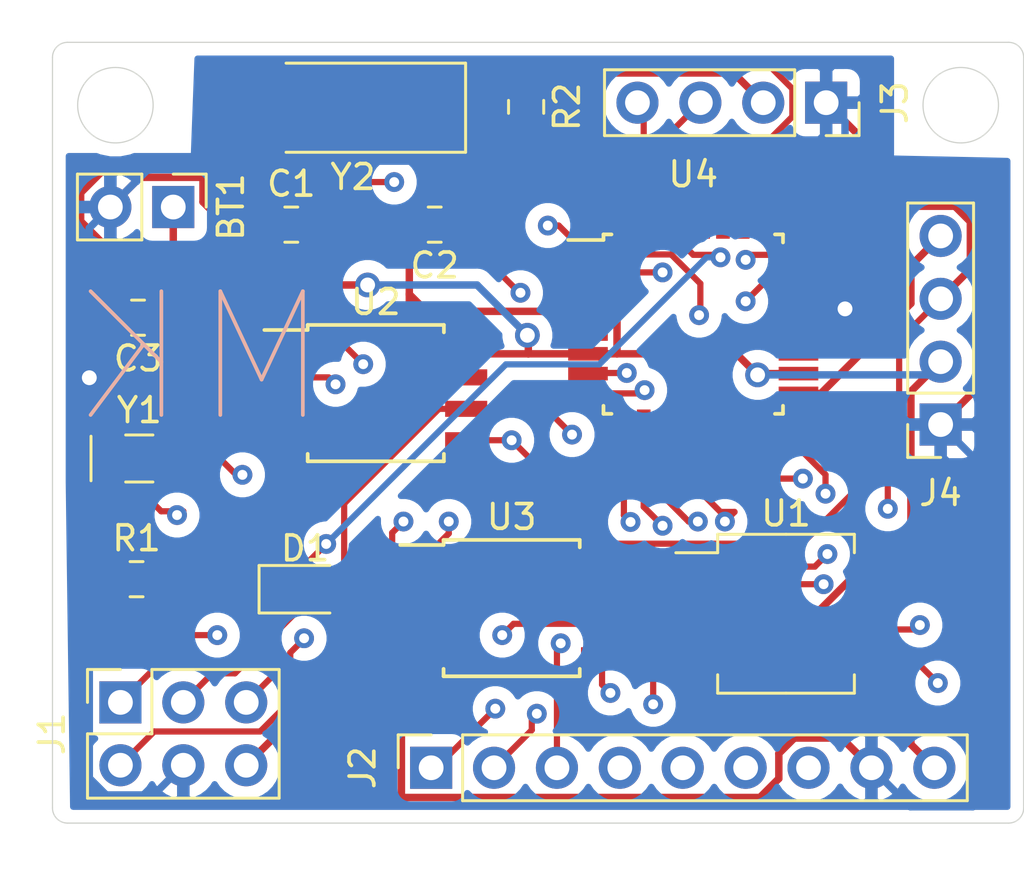
<source format=kicad_pcb>
(kicad_pcb (version 20171130) (host pcbnew "(5.1.9)-1")

  (general
    (thickness 1.6)
    (drawings 11)
    (tracks 438)
    (zones 0)
    (modules 17)
    (nets 32)
  )

  (page A4)
  (title_block
    (title arduinoclone)
    (date 2021-04-21)
    (rev v1)
    (company "student version")
    (comment 1 "kushal mishal")
  )

  (layers
    (0 F.Cu signal)
    (1 In1.Cu mixed)
    (2 In2.Cu mixed)
    (3 In3.Cu mixed)
    (4 In4.Cu mixed)
    (31 B.Cu mixed)
    (32 B.Adhes user)
    (33 F.Adhes user)
    (34 B.Paste user)
    (35 F.Paste user)
    (36 B.SilkS user)
    (37 F.SilkS user)
    (38 B.Mask user)
    (39 F.Mask user)
    (40 Dwgs.User user)
    (41 Cmts.User user)
    (42 Eco1.User user)
    (43 Eco2.User user)
    (44 Edge.Cuts user)
    (45 Margin user)
    (46 B.CrtYd user)
    (47 F.CrtYd user)
    (48 B.Fab user)
    (49 F.Fab user)
  )

  (setup
    (last_trace_width 0.25)
    (user_trace_width 0.3)
    (trace_clearance 0.2)
    (zone_clearance 0.508)
    (zone_45_only no)
    (trace_min 0.2)
    (via_size 0.8)
    (via_drill 0.4)
    (via_min_size 0.4)
    (via_min_drill 0.3)
    (user_via 1 0.6)
    (uvia_size 0.3)
    (uvia_drill 0.1)
    (uvias_allowed no)
    (uvia_min_size 0.2)
    (uvia_min_drill 0.1)
    (edge_width 0.05)
    (segment_width 0.2)
    (pcb_text_width 0.3)
    (pcb_text_size 1.5 1.5)
    (mod_edge_width 0.12)
    (mod_text_size 1 1)
    (mod_text_width 0.15)
    (pad_size 1.524 1.524)
    (pad_drill 0.762)
    (pad_to_mask_clearance 0)
    (aux_axis_origin 0 0)
    (visible_elements 7FFFFFFF)
    (pcbplotparams
      (layerselection 0x010fc_ffffffff)
      (usegerberextensions false)
      (usegerberattributes true)
      (usegerberadvancedattributes true)
      (creategerberjobfile true)
      (excludeedgelayer true)
      (linewidth 0.100000)
      (plotframeref false)
      (viasonmask false)
      (mode 1)
      (useauxorigin false)
      (hpglpennumber 1)
      (hpglpenspeed 20)
      (hpglpendiameter 15.000000)
      (psnegative false)
      (psa4output false)
      (plotreference true)
      (plotvalue true)
      (plotinvisibletext false)
      (padsonsilk false)
      (subtractmaskfromsilk false)
      (outputformat 1)
      (mirror false)
      (drillshape 1)
      (scaleselection 1)
      (outputdirectory ""))
  )

  (net 0 "")
  (net 1 /VCC)
  (net 2 GNDPWR)
  (net 3 "Net-(C1-Pad1)")
  (net 4 "Net-(C2-Pad1)")
  (net 5 "Net-(D1-Pad1)")
  (net 6 /SCK)
  (net 7 /MISO)
  (net 8 /RESET)
  (net 9 /MOSI)
  (net 10 /D2)
  (net 11 /D3)
  (net 12 /D4)
  (net 13 /D5)
  (net 14 /D6)
  (net 15 /D7)
  (net 16 /D8)
  (net 17 /TX)
  (net 18 /RX)
  (net 19 /SDA)
  (net 20 "Net-(U1-Pad1)")
  (net 21 "Net-(U1-Pad2)")
  (net 22 "Net-(U1-Pad7)")
  (net 23 /ADDS2)
  (net 24 /ADDS1)
  (net 25 "Net-(U4-Pad13)")
  (net 26 "Net-(U4-Pad14)")
  (net 27 "Net-(U4-Pad19)")
  (net 28 "Net-(U4-Pad22)")
  (net 29 "Net-(U4-Pad25)")
  (net 30 "Net-(U4-Pad26)")
  (net 31 "Net-(U4-Pad28)")

  (net_class Default "This is the default net class."
    (clearance 0.2)
    (trace_width 0.25)
    (via_dia 0.8)
    (via_drill 0.4)
    (uvia_dia 0.3)
    (uvia_drill 0.1)
    (add_net /ADDS1)
    (add_net /ADDS2)
    (add_net /D2)
    (add_net /D3)
    (add_net /D4)
    (add_net /D5)
    (add_net /D6)
    (add_net /D7)
    (add_net /D8)
    (add_net /MISO)
    (add_net /MOSI)
    (add_net /RESET)
    (add_net /RX)
    (add_net /SCK)
    (add_net /SDA)
    (add_net /TX)
    (add_net "Net-(C1-Pad1)")
    (add_net "Net-(C2-Pad1)")
    (add_net "Net-(D1-Pad1)")
    (add_net "Net-(U1-Pad1)")
    (add_net "Net-(U1-Pad2)")
    (add_net "Net-(U1-Pad7)")
    (add_net "Net-(U4-Pad13)")
    (add_net "Net-(U4-Pad14)")
    (add_net "Net-(U4-Pad19)")
    (add_net "Net-(U4-Pad22)")
    (add_net "Net-(U4-Pad25)")
    (add_net "Net-(U4-Pad26)")
    (add_net "Net-(U4-Pad28)")
  )

  (net_class power ""
    (clearance 0.2)
    (trace_width 0.3)
    (via_dia 1)
    (via_drill 0.6)
    (uvia_dia 0.3)
    (uvia_drill 0.1)
    (add_net /VCC)
    (add_net GNDPWR)
  )

  (module Package_SO:SO-8_5.3x6.2mm_P1.27mm (layer F.Cu) (tedit 5EA5315B) (tstamp 607FF93E)
    (at 149.5096 99.695)
    (descr "SO, 8 Pin (https://www.ti.com/lit/ml/msop001a/msop001a.pdf), generated with kicad-footprint-generator ipc_gullwing_generator.py")
    (tags "SO SO")
    (path /607F875A)
    (attr smd)
    (fp_text reference U1 (at 0 -4.05) (layer F.SilkS)
      (effects (font (size 1 1) (thickness 0.15)))
    )
    (fp_text value DS13375+ (at 0 4.05) (layer F.Fab)
      (effects (font (size 1 1) (thickness 0.15)))
    )
    (fp_line (start 0 3.21) (end 2.76 3.21) (layer F.SilkS) (width 0.12))
    (fp_line (start 2.76 3.21) (end 2.76 2.465) (layer F.SilkS) (width 0.12))
    (fp_line (start 0 3.21) (end -2.76 3.21) (layer F.SilkS) (width 0.12))
    (fp_line (start -2.76 3.21) (end -2.76 2.465) (layer F.SilkS) (width 0.12))
    (fp_line (start 0 -3.21) (end 2.76 -3.21) (layer F.SilkS) (width 0.12))
    (fp_line (start 2.76 -3.21) (end 2.76 -2.465) (layer F.SilkS) (width 0.12))
    (fp_line (start 0 -3.21) (end -2.76 -3.21) (layer F.SilkS) (width 0.12))
    (fp_line (start -2.76 -3.21) (end -2.76 -2.465) (layer F.SilkS) (width 0.12))
    (fp_line (start -2.76 -2.465) (end -4.45 -2.465) (layer F.SilkS) (width 0.12))
    (fp_line (start -1.65 -3.1) (end 2.65 -3.1) (layer F.Fab) (width 0.1))
    (fp_line (start 2.65 -3.1) (end 2.65 3.1) (layer F.Fab) (width 0.1))
    (fp_line (start 2.65 3.1) (end -2.65 3.1) (layer F.Fab) (width 0.1))
    (fp_line (start -2.65 3.1) (end -2.65 -2.1) (layer F.Fab) (width 0.1))
    (fp_line (start -2.65 -2.1) (end -1.65 -3.1) (layer F.Fab) (width 0.1))
    (fp_line (start -4.7 -3.35) (end -4.7 3.35) (layer F.CrtYd) (width 0.05))
    (fp_line (start -4.7 3.35) (end 4.7 3.35) (layer F.CrtYd) (width 0.05))
    (fp_line (start 4.7 3.35) (end 4.7 -3.35) (layer F.CrtYd) (width 0.05))
    (fp_line (start 4.7 -3.35) (end -4.7 -3.35) (layer F.CrtYd) (width 0.05))
    (fp_text user %R (at 0 0) (layer F.Fab)
      (effects (font (size 1 1) (thickness 0.15)))
    )
    (pad 1 smd roundrect (at -3.5 -1.905) (size 1.9 0.6) (layers F.Cu F.Paste F.Mask) (roundrect_rratio 0.25)
      (net 20 "Net-(U1-Pad1)"))
    (pad 2 smd roundrect (at -3.5 -0.635) (size 1.9 0.6) (layers F.Cu F.Paste F.Mask) (roundrect_rratio 0.25)
      (net 21 "Net-(U1-Pad2)"))
    (pad 3 smd roundrect (at -3.5 0.635) (size 1.9 0.6) (layers F.Cu F.Paste F.Mask) (roundrect_rratio 0.25)
      (net 1 /VCC))
    (pad 4 smd roundrect (at -3.5 1.905) (size 1.9 0.6) (layers F.Cu F.Paste F.Mask) (roundrect_rratio 0.25)
      (net 2 GNDPWR))
    (pad 5 smd roundrect (at 3.5 1.905) (size 1.9 0.6) (layers F.Cu F.Paste F.Mask) (roundrect_rratio 0.25)
      (net 19 /SDA))
    (pad 6 smd roundrect (at 3.5 0.635) (size 1.9 0.6) (layers F.Cu F.Paste F.Mask) (roundrect_rratio 0.25)
      (net 6 /SCK))
    (pad 7 smd roundrect (at 3.5 -0.635) (size 1.9 0.6) (layers F.Cu F.Paste F.Mask) (roundrect_rratio 0.25)
      (net 22 "Net-(U1-Pad7)"))
    (pad 8 smd roundrect (at 3.5 -1.905) (size 1.9 0.6) (layers F.Cu F.Paste F.Mask) (roundrect_rratio 0.25)
      (net 1 /VCC))
    (model ${KISYS3DMOD}/Package_SO.3dshapes/SO-8_5.3x6.2mm_P1.27mm.wrl
      (at (xyz 0 0 0))
      (scale (xyz 1 1 1))
      (rotate (xyz 0 0 0))
    )
  )

  (module Connector_PinHeader_2.54mm:PinHeader_1x02_P2.54mm_Vertical (layer F.Cu) (tedit 59FED5CC) (tstamp 607FF84E)
    (at 124.7648 83.2612 270)
    (descr "Through hole straight pin header, 1x02, 2.54mm pitch, single row")
    (tags "Through hole pin header THT 1x02 2.54mm single row")
    (path /607EDBFD)
    (fp_text reference BT1 (at 0 -2.33 90) (layer F.SilkS)
      (effects (font (size 1 1) (thickness 0.15)))
    )
    (fp_text value "Battery 3v" (at 0 4.87 90) (layer F.Fab)
      (effects (font (size 1 1) (thickness 0.15)))
    )
    (fp_line (start -0.635 -1.27) (end 1.27 -1.27) (layer F.Fab) (width 0.1))
    (fp_line (start 1.27 -1.27) (end 1.27 3.81) (layer F.Fab) (width 0.1))
    (fp_line (start 1.27 3.81) (end -1.27 3.81) (layer F.Fab) (width 0.1))
    (fp_line (start -1.27 3.81) (end -1.27 -0.635) (layer F.Fab) (width 0.1))
    (fp_line (start -1.27 -0.635) (end -0.635 -1.27) (layer F.Fab) (width 0.1))
    (fp_line (start -1.33 3.87) (end 1.33 3.87) (layer F.SilkS) (width 0.12))
    (fp_line (start -1.33 1.27) (end -1.33 3.87) (layer F.SilkS) (width 0.12))
    (fp_line (start 1.33 1.27) (end 1.33 3.87) (layer F.SilkS) (width 0.12))
    (fp_line (start -1.33 1.27) (end 1.33 1.27) (layer F.SilkS) (width 0.12))
    (fp_line (start -1.33 0) (end -1.33 -1.33) (layer F.SilkS) (width 0.12))
    (fp_line (start -1.33 -1.33) (end 0 -1.33) (layer F.SilkS) (width 0.12))
    (fp_line (start -1.8 -1.8) (end -1.8 4.35) (layer F.CrtYd) (width 0.05))
    (fp_line (start -1.8 4.35) (end 1.8 4.35) (layer F.CrtYd) (width 0.05))
    (fp_line (start 1.8 4.35) (end 1.8 -1.8) (layer F.CrtYd) (width 0.05))
    (fp_line (start 1.8 -1.8) (end -1.8 -1.8) (layer F.CrtYd) (width 0.05))
    (fp_text user %R (at 0 1.27) (layer F.Fab)
      (effects (font (size 1 1) (thickness 0.15)))
    )
    (pad 1 thru_hole rect (at 0 0 270) (size 1.7 1.7) (drill 1) (layers *.Cu *.Mask)
      (net 1 /VCC))
    (pad 2 thru_hole oval (at 0 2.54 270) (size 1.7 1.7) (drill 1) (layers *.Cu *.Mask)
      (net 2 GNDPWR))
    (model ${KISYS3DMOD}/Connector_PinHeader_2.54mm.3dshapes/PinHeader_1x02_P2.54mm_Vertical.wrl
      (at (xyz 0 0 0))
      (scale (xyz 1 1 1))
      (rotate (xyz 0 0 0))
    )
  )

  (module Capacitor_SMD:C_0805_2012Metric_Pad1.15x1.40mm_HandSolder (layer F.Cu) (tedit 5B36C52B) (tstamp 607FF85F)
    (at 129.531 83.9724)
    (descr "Capacitor SMD 0805 (2012 Metric), square (rectangular) end terminal, IPC_7351 nominal with elongated pad for handsoldering. (Body size source: https://docs.google.com/spreadsheets/d/1BsfQQcO9C6DZCsRaXUlFlo91Tg2WpOkGARC1WS5S8t0/edit?usp=sharing), generated with kicad-footprint-generator")
    (tags "capacitor handsolder")
    (path /607EB64B)
    (attr smd)
    (fp_text reference C1 (at 0 -1.65) (layer F.SilkS)
      (effects (font (size 1 1) (thickness 0.15)))
    )
    (fp_text value 22pF (at 0 1.65) (layer F.Fab)
      (effects (font (size 1 1) (thickness 0.15)))
    )
    (fp_line (start 1.85 0.95) (end -1.85 0.95) (layer F.CrtYd) (width 0.05))
    (fp_line (start 1.85 -0.95) (end 1.85 0.95) (layer F.CrtYd) (width 0.05))
    (fp_line (start -1.85 -0.95) (end 1.85 -0.95) (layer F.CrtYd) (width 0.05))
    (fp_line (start -1.85 0.95) (end -1.85 -0.95) (layer F.CrtYd) (width 0.05))
    (fp_line (start -0.261252 0.71) (end 0.261252 0.71) (layer F.SilkS) (width 0.12))
    (fp_line (start -0.261252 -0.71) (end 0.261252 -0.71) (layer F.SilkS) (width 0.12))
    (fp_line (start 1 0.6) (end -1 0.6) (layer F.Fab) (width 0.1))
    (fp_line (start 1 -0.6) (end 1 0.6) (layer F.Fab) (width 0.1))
    (fp_line (start -1 -0.6) (end 1 -0.6) (layer F.Fab) (width 0.1))
    (fp_line (start -1 0.6) (end -1 -0.6) (layer F.Fab) (width 0.1))
    (fp_text user %R (at 0 0) (layer F.Fab)
      (effects (font (size 0.5 0.5) (thickness 0.08)))
    )
    (pad 2 smd roundrect (at 1.025 0) (size 1.15 1.4) (layers F.Cu F.Paste F.Mask) (roundrect_rratio 0.217391)
      (net 2 GNDPWR))
    (pad 1 smd roundrect (at -1.025 0) (size 1.15 1.4) (layers F.Cu F.Paste F.Mask) (roundrect_rratio 0.217391)
      (net 3 "Net-(C1-Pad1)"))
    (model ${KISYS3DMOD}/Capacitor_SMD.3dshapes/C_0805_2012Metric.wrl
      (at (xyz 0 0 0))
      (scale (xyz 1 1 1))
      (rotate (xyz 0 0 0))
    )
  )

  (module Capacitor_SMD:C_0805_2012Metric_Pad1.15x1.40mm_HandSolder (layer F.Cu) (tedit 5B36C52B) (tstamp 607FF870)
    (at 135.3222 83.9724 180)
    (descr "Capacitor SMD 0805 (2012 Metric), square (rectangular) end terminal, IPC_7351 nominal with elongated pad for handsoldering. (Body size source: https://docs.google.com/spreadsheets/d/1BsfQQcO9C6DZCsRaXUlFlo91Tg2WpOkGARC1WS5S8t0/edit?usp=sharing), generated with kicad-footprint-generator")
    (tags "capacitor handsolder")
    (path /607EBD02)
    (attr smd)
    (fp_text reference C2 (at 0 -1.65) (layer F.SilkS)
      (effects (font (size 1 1) (thickness 0.15)))
    )
    (fp_text value 22pF (at 0 1.65) (layer F.Fab)
      (effects (font (size 1 1) (thickness 0.15)))
    )
    (fp_line (start -1 0.6) (end -1 -0.6) (layer F.Fab) (width 0.1))
    (fp_line (start -1 -0.6) (end 1 -0.6) (layer F.Fab) (width 0.1))
    (fp_line (start 1 -0.6) (end 1 0.6) (layer F.Fab) (width 0.1))
    (fp_line (start 1 0.6) (end -1 0.6) (layer F.Fab) (width 0.1))
    (fp_line (start -0.261252 -0.71) (end 0.261252 -0.71) (layer F.SilkS) (width 0.12))
    (fp_line (start -0.261252 0.71) (end 0.261252 0.71) (layer F.SilkS) (width 0.12))
    (fp_line (start -1.85 0.95) (end -1.85 -0.95) (layer F.CrtYd) (width 0.05))
    (fp_line (start -1.85 -0.95) (end 1.85 -0.95) (layer F.CrtYd) (width 0.05))
    (fp_line (start 1.85 -0.95) (end 1.85 0.95) (layer F.CrtYd) (width 0.05))
    (fp_line (start 1.85 0.95) (end -1.85 0.95) (layer F.CrtYd) (width 0.05))
    (fp_text user %R (at 0 0) (layer F.Fab)
      (effects (font (size 0.5 0.5) (thickness 0.08)))
    )
    (pad 1 smd roundrect (at -1.025 0 180) (size 1.15 1.4) (layers F.Cu F.Paste F.Mask) (roundrect_rratio 0.217391)
      (net 4 "Net-(C2-Pad1)"))
    (pad 2 smd roundrect (at 1.025 0 180) (size 1.15 1.4) (layers F.Cu F.Paste F.Mask) (roundrect_rratio 0.217391)
      (net 2 GNDPWR))
    (model ${KISYS3DMOD}/Capacitor_SMD.3dshapes/C_0805_2012Metric.wrl
      (at (xyz 0 0 0))
      (scale (xyz 1 1 1))
      (rotate (xyz 0 0 0))
    )
  )

  (module Capacitor_SMD:C_0805_2012Metric_Pad1.15x1.40mm_HandSolder (layer F.Cu) (tedit 5B36C52B) (tstamp 607FF881)
    (at 123.3424 87.7316 180)
    (descr "Capacitor SMD 0805 (2012 Metric), square (rectangular) end terminal, IPC_7351 nominal with elongated pad for handsoldering. (Body size source: https://docs.google.com/spreadsheets/d/1BsfQQcO9C6DZCsRaXUlFlo91Tg2WpOkGARC1WS5S8t0/edit?usp=sharing), generated with kicad-footprint-generator")
    (tags "capacitor handsolder")
    (path /607EAE03)
    (attr smd)
    (fp_text reference C3 (at 0 -1.65) (layer F.SilkS)
      (effects (font (size 1 1) (thickness 0.15)))
    )
    (fp_text value 10uf (at 0 1.65) (layer F.Fab)
      (effects (font (size 1 1) (thickness 0.15)))
    )
    (fp_line (start -1 0.6) (end -1 -0.6) (layer F.Fab) (width 0.1))
    (fp_line (start -1 -0.6) (end 1 -0.6) (layer F.Fab) (width 0.1))
    (fp_line (start 1 -0.6) (end 1 0.6) (layer F.Fab) (width 0.1))
    (fp_line (start 1 0.6) (end -1 0.6) (layer F.Fab) (width 0.1))
    (fp_line (start -0.261252 -0.71) (end 0.261252 -0.71) (layer F.SilkS) (width 0.12))
    (fp_line (start -0.261252 0.71) (end 0.261252 0.71) (layer F.SilkS) (width 0.12))
    (fp_line (start -1.85 0.95) (end -1.85 -0.95) (layer F.CrtYd) (width 0.05))
    (fp_line (start -1.85 -0.95) (end 1.85 -0.95) (layer F.CrtYd) (width 0.05))
    (fp_line (start 1.85 -0.95) (end 1.85 0.95) (layer F.CrtYd) (width 0.05))
    (fp_line (start 1.85 0.95) (end -1.85 0.95) (layer F.CrtYd) (width 0.05))
    (fp_text user %R (at 0 0) (layer F.Fab)
      (effects (font (size 0.5 0.5) (thickness 0.08)))
    )
    (pad 1 smd roundrect (at -1.025 0 180) (size 1.15 1.4) (layers F.Cu F.Paste F.Mask) (roundrect_rratio 0.217391)
      (net 1 /VCC))
    (pad 2 smd roundrect (at 1.025 0 180) (size 1.15 1.4) (layers F.Cu F.Paste F.Mask) (roundrect_rratio 0.217391)
      (net 2 GNDPWR))
    (model ${KISYS3DMOD}/Capacitor_SMD.3dshapes/C_0805_2012Metric.wrl
      (at (xyz 0 0 0))
      (scale (xyz 1 1 1))
      (rotate (xyz 0 0 0))
    )
  )

  (module LED_SMD:LED_0805_2012Metric_Pad1.15x1.40mm_HandSolder (layer F.Cu) (tedit 5F68FEF1) (tstamp 607FF894)
    (at 130.0898 98.7044)
    (descr "LED SMD 0805 (2012 Metric), square (rectangular) end terminal, IPC_7351 nominal, (Body size source: https://docs.google.com/spreadsheets/d/1BsfQQcO9C6DZCsRaXUlFlo91Tg2WpOkGARC1WS5S8t0/edit?usp=sharing), generated with kicad-footprint-generator")
    (tags "LED handsolder")
    (path /607EC179)
    (attr smd)
    (fp_text reference D1 (at 0 -1.65) (layer F.SilkS)
      (effects (font (size 1 1) (thickness 0.15)))
    )
    (fp_text value LED (at 0 1.65) (layer F.Fab)
      (effects (font (size 1 1) (thickness 0.15)))
    )
    (fp_line (start 1 -0.6) (end -0.7 -0.6) (layer F.Fab) (width 0.1))
    (fp_line (start -0.7 -0.6) (end -1 -0.3) (layer F.Fab) (width 0.1))
    (fp_line (start -1 -0.3) (end -1 0.6) (layer F.Fab) (width 0.1))
    (fp_line (start -1 0.6) (end 1 0.6) (layer F.Fab) (width 0.1))
    (fp_line (start 1 0.6) (end 1 -0.6) (layer F.Fab) (width 0.1))
    (fp_line (start 1 -0.96) (end -1.86 -0.96) (layer F.SilkS) (width 0.12))
    (fp_line (start -1.86 -0.96) (end -1.86 0.96) (layer F.SilkS) (width 0.12))
    (fp_line (start -1.86 0.96) (end 1 0.96) (layer F.SilkS) (width 0.12))
    (fp_line (start -1.85 0.95) (end -1.85 -0.95) (layer F.CrtYd) (width 0.05))
    (fp_line (start -1.85 -0.95) (end 1.85 -0.95) (layer F.CrtYd) (width 0.05))
    (fp_line (start 1.85 -0.95) (end 1.85 0.95) (layer F.CrtYd) (width 0.05))
    (fp_line (start 1.85 0.95) (end -1.85 0.95) (layer F.CrtYd) (width 0.05))
    (fp_text user %R (at 0 0) (layer F.Fab)
      (effects (font (size 0.5 0.5) (thickness 0.08)))
    )
    (pad 1 smd roundrect (at -1.025 0) (size 1.15 1.4) (layers F.Cu F.Paste F.Mask) (roundrect_rratio 0.217391)
      (net 5 "Net-(D1-Pad1)"))
    (pad 2 smd roundrect (at 1.025 0) (size 1.15 1.4) (layers F.Cu F.Paste F.Mask) (roundrect_rratio 0.217391)
      (net 6 /SCK))
    (model ${KISYS3DMOD}/LED_SMD.3dshapes/LED_0805_2012Metric.wrl
      (at (xyz 0 0 0))
      (scale (xyz 1 1 1))
      (rotate (xyz 0 0 0))
    )
  )

  (module Connector_PinSocket_2.54mm:PinSocket_2x03_P2.54mm_Vertical (layer F.Cu) (tedit 5A19A425) (tstamp 607FF8B0)
    (at 122.6312 103.2764 90)
    (descr "Through hole straight socket strip, 2x03, 2.54mm pitch, double cols (from Kicad 4.0.7), script generated")
    (tags "Through hole socket strip THT 2x03 2.54mm double row")
    (path /607EAB80/607FA46C)
    (fp_text reference J1 (at -1.27 -2.77 90) (layer F.SilkS)
      (effects (font (size 1 1) (thickness 0.15)))
    )
    (fp_text value ICSP (at -1.27 7.85 90) (layer F.Fab)
      (effects (font (size 1 1) (thickness 0.15)))
    )
    (fp_line (start -3.81 -1.27) (end 0.27 -1.27) (layer F.Fab) (width 0.1))
    (fp_line (start 0.27 -1.27) (end 1.27 -0.27) (layer F.Fab) (width 0.1))
    (fp_line (start 1.27 -0.27) (end 1.27 6.35) (layer F.Fab) (width 0.1))
    (fp_line (start 1.27 6.35) (end -3.81 6.35) (layer F.Fab) (width 0.1))
    (fp_line (start -3.81 6.35) (end -3.81 -1.27) (layer F.Fab) (width 0.1))
    (fp_line (start -3.87 -1.33) (end -1.27 -1.33) (layer F.SilkS) (width 0.12))
    (fp_line (start -3.87 -1.33) (end -3.87 6.41) (layer F.SilkS) (width 0.12))
    (fp_line (start -3.87 6.41) (end 1.33 6.41) (layer F.SilkS) (width 0.12))
    (fp_line (start 1.33 1.27) (end 1.33 6.41) (layer F.SilkS) (width 0.12))
    (fp_line (start -1.27 1.27) (end 1.33 1.27) (layer F.SilkS) (width 0.12))
    (fp_line (start -1.27 -1.33) (end -1.27 1.27) (layer F.SilkS) (width 0.12))
    (fp_line (start 1.33 -1.33) (end 1.33 0) (layer F.SilkS) (width 0.12))
    (fp_line (start 0 -1.33) (end 1.33 -1.33) (layer F.SilkS) (width 0.12))
    (fp_line (start -4.34 -1.8) (end 1.76 -1.8) (layer F.CrtYd) (width 0.05))
    (fp_line (start 1.76 -1.8) (end 1.76 6.85) (layer F.CrtYd) (width 0.05))
    (fp_line (start 1.76 6.85) (end -4.34 6.85) (layer F.CrtYd) (width 0.05))
    (fp_line (start -4.34 6.85) (end -4.34 -1.8) (layer F.CrtYd) (width 0.05))
    (fp_text user %R (at -1.27 2.54) (layer F.Fab)
      (effects (font (size 1 1) (thickness 0.15)))
    )
    (pad 1 thru_hole rect (at 0 0 90) (size 1.7 1.7) (drill 1) (layers *.Cu *.Mask)
      (net 7 /MISO))
    (pad 2 thru_hole oval (at -2.54 0 90) (size 1.7 1.7) (drill 1) (layers *.Cu *.Mask)
      (net 6 /SCK))
    (pad 3 thru_hole oval (at 0 2.54 90) (size 1.7 1.7) (drill 1) (layers *.Cu *.Mask)
      (net 8 /RESET))
    (pad 4 thru_hole oval (at -2.54 2.54 90) (size 1.7 1.7) (drill 1) (layers *.Cu *.Mask)
      (net 2 GNDPWR))
    (pad 5 thru_hole oval (at 0 5.08 90) (size 1.7 1.7) (drill 1) (layers *.Cu *.Mask)
      (net 9 /MOSI))
    (pad 6 thru_hole oval (at -2.54 5.08 90) (size 1.7 1.7) (drill 1) (layers *.Cu *.Mask)
      (net 1 /VCC))
    (model ${KISYS3DMOD}/Connector_PinSocket_2.54mm.3dshapes/PinSocket_2x03_P2.54mm_Vertical.wrl
      (at (xyz 0 0 0))
      (scale (xyz 1 1 1))
      (rotate (xyz 0 0 0))
    )
  )

  (module Connector_PinSocket_2.54mm:PinSocket_1x09_P2.54mm_Vertical (layer F.Cu) (tedit 5A19A431) (tstamp 607FF8CD)
    (at 135.1788 105.918 90)
    (descr "Through hole straight socket strip, 1x09, 2.54mm pitch, single row (from Kicad 4.0.7), script generated")
    (tags "Through hole socket strip THT 1x09 2.54mm single row")
    (path /607EAB80/607FB7ED)
    (fp_text reference J2 (at 0 -2.77 90) (layer F.SilkS)
      (effects (font (size 1 1) (thickness 0.15)))
    )
    (fp_text value "digital pins" (at 0 23.09 90) (layer F.Fab)
      (effects (font (size 1 1) (thickness 0.15)))
    )
    (fp_line (start -1.27 -1.27) (end 0.635 -1.27) (layer F.Fab) (width 0.1))
    (fp_line (start 0.635 -1.27) (end 1.27 -0.635) (layer F.Fab) (width 0.1))
    (fp_line (start 1.27 -0.635) (end 1.27 21.59) (layer F.Fab) (width 0.1))
    (fp_line (start 1.27 21.59) (end -1.27 21.59) (layer F.Fab) (width 0.1))
    (fp_line (start -1.27 21.59) (end -1.27 -1.27) (layer F.Fab) (width 0.1))
    (fp_line (start -1.33 1.27) (end 1.33 1.27) (layer F.SilkS) (width 0.12))
    (fp_line (start -1.33 1.27) (end -1.33 21.65) (layer F.SilkS) (width 0.12))
    (fp_line (start -1.33 21.65) (end 1.33 21.65) (layer F.SilkS) (width 0.12))
    (fp_line (start 1.33 1.27) (end 1.33 21.65) (layer F.SilkS) (width 0.12))
    (fp_line (start 1.33 -1.33) (end 1.33 0) (layer F.SilkS) (width 0.12))
    (fp_line (start 0 -1.33) (end 1.33 -1.33) (layer F.SilkS) (width 0.12))
    (fp_line (start -1.8 -1.8) (end 1.75 -1.8) (layer F.CrtYd) (width 0.05))
    (fp_line (start 1.75 -1.8) (end 1.75 22.1) (layer F.CrtYd) (width 0.05))
    (fp_line (start 1.75 22.1) (end -1.8 22.1) (layer F.CrtYd) (width 0.05))
    (fp_line (start -1.8 22.1) (end -1.8 -1.8) (layer F.CrtYd) (width 0.05))
    (fp_text user %R (at 0 10.16) (layer F.Fab)
      (effects (font (size 1 1) (thickness 0.15)))
    )
    (pad 1 thru_hole rect (at 0 0 90) (size 1.7 1.7) (drill 1) (layers *.Cu *.Mask)
      (net 10 /D2))
    (pad 2 thru_hole oval (at 0 2.54 90) (size 1.7 1.7) (drill 1) (layers *.Cu *.Mask)
      (net 11 /D3))
    (pad 3 thru_hole oval (at 0 5.08 90) (size 1.7 1.7) (drill 1) (layers *.Cu *.Mask)
      (net 12 /D4))
    (pad 4 thru_hole oval (at 0 7.62 90) (size 1.7 1.7) (drill 1) (layers *.Cu *.Mask)
      (net 13 /D5))
    (pad 5 thru_hole oval (at 0 10.16 90) (size 1.7 1.7) (drill 1) (layers *.Cu *.Mask)
      (net 14 /D6))
    (pad 6 thru_hole oval (at 0 12.7 90) (size 1.7 1.7) (drill 1) (layers *.Cu *.Mask)
      (net 15 /D7))
    (pad 7 thru_hole oval (at 0 15.24 90) (size 1.7 1.7) (drill 1) (layers *.Cu *.Mask)
      (net 16 /D8))
    (pad 8 thru_hole oval (at 0 17.78 90) (size 1.7 1.7) (drill 1) (layers *.Cu *.Mask)
      (net 2 GNDPWR))
    (pad 9 thru_hole oval (at 0 20.32 90) (size 1.7 1.7) (drill 1) (layers *.Cu *.Mask)
      (net 1 /VCC))
    (model ${KISYS3DMOD}/Connector_PinSocket_2.54mm.3dshapes/PinSocket_1x09_P2.54mm_Vertical.wrl
      (at (xyz 0 0 0))
      (scale (xyz 1 1 1))
      (rotate (xyz 0 0 0))
    )
  )

  (module Connector_PinSocket_2.54mm:PinSocket_1x04_P2.54mm_Vertical (layer F.Cu) (tedit 5A19A429) (tstamp 607FF8E5)
    (at 151.13 79.0448 270)
    (descr "Through hole straight socket strip, 1x04, 2.54mm pitch, single row (from Kicad 4.0.7), script generated")
    (tags "Through hole socket strip THT 1x04 2.54mm single row")
    (path /607EAB80/607FCCAD)
    (fp_text reference J3 (at 0 -2.77 90) (layer F.SilkS)
      (effects (font (size 1 1) (thickness 0.15)))
    )
    (fp_text value "serial pins" (at 0 10.39 90) (layer F.Fab)
      (effects (font (size 1 1) (thickness 0.15)))
    )
    (fp_line (start -1.8 9.4) (end -1.8 -1.8) (layer F.CrtYd) (width 0.05))
    (fp_line (start 1.75 9.4) (end -1.8 9.4) (layer F.CrtYd) (width 0.05))
    (fp_line (start 1.75 -1.8) (end 1.75 9.4) (layer F.CrtYd) (width 0.05))
    (fp_line (start -1.8 -1.8) (end 1.75 -1.8) (layer F.CrtYd) (width 0.05))
    (fp_line (start 0 -1.33) (end 1.33 -1.33) (layer F.SilkS) (width 0.12))
    (fp_line (start 1.33 -1.33) (end 1.33 0) (layer F.SilkS) (width 0.12))
    (fp_line (start 1.33 1.27) (end 1.33 8.95) (layer F.SilkS) (width 0.12))
    (fp_line (start -1.33 8.95) (end 1.33 8.95) (layer F.SilkS) (width 0.12))
    (fp_line (start -1.33 1.27) (end -1.33 8.95) (layer F.SilkS) (width 0.12))
    (fp_line (start -1.33 1.27) (end 1.33 1.27) (layer F.SilkS) (width 0.12))
    (fp_line (start -1.27 8.89) (end -1.27 -1.27) (layer F.Fab) (width 0.1))
    (fp_line (start 1.27 8.89) (end -1.27 8.89) (layer F.Fab) (width 0.1))
    (fp_line (start 1.27 -0.635) (end 1.27 8.89) (layer F.Fab) (width 0.1))
    (fp_line (start 0.635 -1.27) (end 1.27 -0.635) (layer F.Fab) (width 0.1))
    (fp_line (start -1.27 -1.27) (end 0.635 -1.27) (layer F.Fab) (width 0.1))
    (fp_text user %R (at 0 3.81) (layer F.Fab)
      (effects (font (size 1 1) (thickness 0.15)))
    )
    (pad 4 thru_hole oval (at 0 7.62 270) (size 1.7 1.7) (drill 1) (layers *.Cu *.Mask)
      (net 17 /TX))
    (pad 3 thru_hole oval (at 0 5.08 270) (size 1.7 1.7) (drill 1) (layers *.Cu *.Mask)
      (net 18 /RX))
    (pad 2 thru_hole oval (at 0 2.54 270) (size 1.7 1.7) (drill 1) (layers *.Cu *.Mask)
      (net 1 /VCC))
    (pad 1 thru_hole rect (at 0 0 270) (size 1.7 1.7) (drill 1) (layers *.Cu *.Mask)
      (net 2 GNDPWR))
    (model ${KISYS3DMOD}/Connector_PinSocket_2.54mm.3dshapes/PinSocket_1x04_P2.54mm_Vertical.wrl
      (at (xyz 0 0 0))
      (scale (xyz 1 1 1))
      (rotate (xyz 0 0 0))
    )
  )

  (module Connector_PinSocket_2.54mm:PinSocket_1x04_P2.54mm_Vertical (layer F.Cu) (tedit 5A19A429) (tstamp 60808F8F)
    (at 155.7528 92.0496 180)
    (descr "Through hole straight socket strip, 1x04, 2.54mm pitch, single row (from Kicad 4.0.7), script generated")
    (tags "Through hole socket strip THT 1x04 2.54mm single row")
    (path /607EAB80/607FD402)
    (fp_text reference J4 (at 0 -2.77) (layer F.SilkS)
      (effects (font (size 1 1) (thickness 0.15)))
    )
    (fp_text value I2C (at 0 10.39) (layer F.Fab)
      (effects (font (size 1 1) (thickness 0.15)))
    )
    (fp_line (start -1.27 -1.27) (end 0.635 -1.27) (layer F.Fab) (width 0.1))
    (fp_line (start 0.635 -1.27) (end 1.27 -0.635) (layer F.Fab) (width 0.1))
    (fp_line (start 1.27 -0.635) (end 1.27 8.89) (layer F.Fab) (width 0.1))
    (fp_line (start 1.27 8.89) (end -1.27 8.89) (layer F.Fab) (width 0.1))
    (fp_line (start -1.27 8.89) (end -1.27 -1.27) (layer F.Fab) (width 0.1))
    (fp_line (start -1.33 1.27) (end 1.33 1.27) (layer F.SilkS) (width 0.12))
    (fp_line (start -1.33 1.27) (end -1.33 8.95) (layer F.SilkS) (width 0.12))
    (fp_line (start -1.33 8.95) (end 1.33 8.95) (layer F.SilkS) (width 0.12))
    (fp_line (start 1.33 1.27) (end 1.33 8.95) (layer F.SilkS) (width 0.12))
    (fp_line (start 1.33 -1.33) (end 1.33 0) (layer F.SilkS) (width 0.12))
    (fp_line (start 0 -1.33) (end 1.33 -1.33) (layer F.SilkS) (width 0.12))
    (fp_line (start -1.8 -1.8) (end 1.75 -1.8) (layer F.CrtYd) (width 0.05))
    (fp_line (start 1.75 -1.8) (end 1.75 9.4) (layer F.CrtYd) (width 0.05))
    (fp_line (start 1.75 9.4) (end -1.8 9.4) (layer F.CrtYd) (width 0.05))
    (fp_line (start -1.8 9.4) (end -1.8 -1.8) (layer F.CrtYd) (width 0.05))
    (fp_text user %R (at 0 3.81 90) (layer F.Fab)
      (effects (font (size 1 1) (thickness 0.15)))
    )
    (pad 1 thru_hole rect (at 0 0 180) (size 1.7 1.7) (drill 1) (layers *.Cu *.Mask)
      (net 2 GNDPWR))
    (pad 2 thru_hole oval (at 0 2.54 180) (size 1.7 1.7) (drill 1) (layers *.Cu *.Mask)
      (net 1 /VCC))
    (pad 3 thru_hole oval (at 0 5.08 180) (size 1.7 1.7) (drill 1) (layers *.Cu *.Mask)
      (net 19 /SDA))
    (pad 4 thru_hole oval (at 0 7.62 180) (size 1.7 1.7) (drill 1) (layers *.Cu *.Mask)
      (net 6 /SCK))
    (model ${KISYS3DMOD}/Connector_PinSocket_2.54mm.3dshapes/PinSocket_1x04_P2.54mm_Vertical.wrl
      (at (xyz 0 0 0))
      (scale (xyz 1 1 1))
      (rotate (xyz 0 0 0))
    )
  )

  (module Resistor_SMD:R_0805_2012Metric_Pad1.15x1.40mm_HandSolder (layer F.Cu) (tedit 5B36C52B) (tstamp 607FF90E)
    (at 123.2826 98.298)
    (descr "Resistor SMD 0805 (2012 Metric), square (rectangular) end terminal, IPC_7351 nominal with elongated pad for handsoldering. (Body size source: https://docs.google.com/spreadsheets/d/1BsfQQcO9C6DZCsRaXUlFlo91Tg2WpOkGARC1WS5S8t0/edit?usp=sharing), generated with kicad-footprint-generator")
    (tags "resistor handsolder")
    (path /607F0CE3)
    (attr smd)
    (fp_text reference R1 (at 0 -1.65) (layer F.SilkS)
      (effects (font (size 1 1) (thickness 0.15)))
    )
    (fp_text value 330ohm (at 0 1.65) (layer F.Fab)
      (effects (font (size 1 1) (thickness 0.15)))
    )
    (fp_line (start -1 0.6) (end -1 -0.6) (layer F.Fab) (width 0.1))
    (fp_line (start -1 -0.6) (end 1 -0.6) (layer F.Fab) (width 0.1))
    (fp_line (start 1 -0.6) (end 1 0.6) (layer F.Fab) (width 0.1))
    (fp_line (start 1 0.6) (end -1 0.6) (layer F.Fab) (width 0.1))
    (fp_line (start -0.261252 -0.71) (end 0.261252 -0.71) (layer F.SilkS) (width 0.12))
    (fp_line (start -0.261252 0.71) (end 0.261252 0.71) (layer F.SilkS) (width 0.12))
    (fp_line (start -1.85 0.95) (end -1.85 -0.95) (layer F.CrtYd) (width 0.05))
    (fp_line (start -1.85 -0.95) (end 1.85 -0.95) (layer F.CrtYd) (width 0.05))
    (fp_line (start 1.85 -0.95) (end 1.85 0.95) (layer F.CrtYd) (width 0.05))
    (fp_line (start 1.85 0.95) (end -1.85 0.95) (layer F.CrtYd) (width 0.05))
    (fp_text user %R (at 0 -0.0508) (layer F.Fab)
      (effects (font (size 0.5 0.5) (thickness 0.08)))
    )
    (pad 1 smd roundrect (at -1.025 0) (size 1.15 1.4) (layers F.Cu F.Paste F.Mask) (roundrect_rratio 0.217391)
      (net 5 "Net-(D1-Pad1)"))
    (pad 2 smd roundrect (at 1.025 0) (size 1.15 1.4) (layers F.Cu F.Paste F.Mask) (roundrect_rratio 0.217391)
      (net 2 GNDPWR))
    (model ${KISYS3DMOD}/Resistor_SMD.3dshapes/R_0805_2012Metric.wrl
      (at (xyz 0 0 0))
      (scale (xyz 1 1 1))
      (rotate (xyz 0 0 0))
    )
  )

  (module Resistor_SMD:R_0805_2012Metric_Pad1.15x1.40mm_HandSolder (layer F.Cu) (tedit 5B36C52B) (tstamp 607FF91F)
    (at 139.0142 79.2136 270)
    (descr "Resistor SMD 0805 (2012 Metric), square (rectangular) end terminal, IPC_7351 nominal with elongated pad for handsoldering. (Body size source: https://docs.google.com/spreadsheets/d/1BsfQQcO9C6DZCsRaXUlFlo91Tg2WpOkGARC1WS5S8t0/edit?usp=sharing), generated with kicad-footprint-generator")
    (tags "resistor handsolder")
    (path /607F11C6)
    (attr smd)
    (fp_text reference R2 (at 0 -1.65 90) (layer F.SilkS)
      (effects (font (size 1 1) (thickness 0.15)))
    )
    (fp_text value 10kohm (at 0 1.65 90) (layer F.Fab)
      (effects (font (size 1 1) (thickness 0.15)))
    )
    (fp_line (start 1.85 0.95) (end -1.85 0.95) (layer F.CrtYd) (width 0.05))
    (fp_line (start 1.85 -0.95) (end 1.85 0.95) (layer F.CrtYd) (width 0.05))
    (fp_line (start -1.85 -0.95) (end 1.85 -0.95) (layer F.CrtYd) (width 0.05))
    (fp_line (start -1.85 0.95) (end -1.85 -0.95) (layer F.CrtYd) (width 0.05))
    (fp_line (start -0.261252 0.71) (end 0.261252 0.71) (layer F.SilkS) (width 0.12))
    (fp_line (start -0.261252 -0.71) (end 0.261252 -0.71) (layer F.SilkS) (width 0.12))
    (fp_line (start 1 0.6) (end -1 0.6) (layer F.Fab) (width 0.1))
    (fp_line (start 1 -0.6) (end 1 0.6) (layer F.Fab) (width 0.1))
    (fp_line (start -1 -0.6) (end 1 -0.6) (layer F.Fab) (width 0.1))
    (fp_line (start -1 0.6) (end -1 -0.6) (layer F.Fab) (width 0.1))
    (fp_text user %R (at 0 0 90) (layer F.Fab)
      (effects (font (size 0.5 0.5) (thickness 0.08)))
    )
    (pad 2 smd roundrect (at 1.025 0 270) (size 1.15 1.4) (layers F.Cu F.Paste F.Mask) (roundrect_rratio 0.217391)
      (net 1 /VCC))
    (pad 1 smd roundrect (at -1.025 0 270) (size 1.15 1.4) (layers F.Cu F.Paste F.Mask) (roundrect_rratio 0.217391)
      (net 8 /RESET))
    (model ${KISYS3DMOD}/Resistor_SMD.3dshapes/R_0805_2012Metric.wrl
      (at (xyz 0 0 0))
      (scale (xyz 1 1 1))
      (rotate (xyz 0 0 0))
    )
  )

  (module Package_SO:SOIJ-8_5.3x5.3mm_P1.27mm (layer F.Cu) (tedit 5A02F2D3) (tstamp 607FF95B)
    (at 132.9436 90.7796)
    (descr "8-Lead Plastic Small Outline (SM) - Medium, 5.28 mm Body [SOIC] (see Microchip Packaging Specification 00000049BS.pdf)")
    (tags "SOIC 1.27")
    (path /607F74DD)
    (attr smd)
    (fp_text reference U2 (at 0 -3.68) (layer F.SilkS)
      (effects (font (size 1 1) (thickness 0.15)))
    )
    (fp_text value 24LC1025 (at 0 3.68) (layer F.Fab)
      (effects (font (size 1 1) (thickness 0.15)))
    )
    (fp_line (start -2.75 -2.55) (end -4.5 -2.55) (layer F.SilkS) (width 0.15))
    (fp_line (start -2.75 2.755) (end 2.75 2.755) (layer F.SilkS) (width 0.15))
    (fp_line (start -2.75 -2.755) (end 2.75 -2.755) (layer F.SilkS) (width 0.15))
    (fp_line (start -2.75 2.755) (end -2.75 2.455) (layer F.SilkS) (width 0.15))
    (fp_line (start 2.75 2.755) (end 2.75 2.455) (layer F.SilkS) (width 0.15))
    (fp_line (start 2.75 -2.755) (end 2.75 -2.455) (layer F.SilkS) (width 0.15))
    (fp_line (start -2.75 -2.755) (end -2.75 -2.55) (layer F.SilkS) (width 0.15))
    (fp_line (start -4.75 2.95) (end 4.75 2.95) (layer F.CrtYd) (width 0.05))
    (fp_line (start -4.75 -2.95) (end 4.75 -2.95) (layer F.CrtYd) (width 0.05))
    (fp_line (start 4.75 -2.95) (end 4.75 2.95) (layer F.CrtYd) (width 0.05))
    (fp_line (start -4.75 -2.95) (end -4.75 2.95) (layer F.CrtYd) (width 0.05))
    (fp_line (start -2.65 -1.65) (end -1.65 -2.65) (layer F.Fab) (width 0.15))
    (fp_line (start -2.65 2.65) (end -2.65 -1.65) (layer F.Fab) (width 0.15))
    (fp_line (start 2.65 2.65) (end -2.65 2.65) (layer F.Fab) (width 0.15))
    (fp_line (start 2.65 -2.65) (end 2.65 2.65) (layer F.Fab) (width 0.15))
    (fp_line (start -1.65 -2.65) (end 2.65 -2.65) (layer F.Fab) (width 0.15))
    (fp_text user %R (at 0 0) (layer F.Fab)
      (effects (font (size 1 1) (thickness 0.15)))
    )
    (pad 8 smd rect (at 3.65 -1.905) (size 1.7 0.65) (layers F.Cu F.Paste F.Mask)
      (net 1 /VCC))
    (pad 7 smd rect (at 3.65 -0.635) (size 1.7 0.65) (layers F.Cu F.Paste F.Mask)
      (net 2 GNDPWR))
    (pad 6 smd rect (at 3.65 0.635) (size 1.7 0.65) (layers F.Cu F.Paste F.Mask)
      (net 6 /SCK))
    (pad 5 smd rect (at 3.65 1.905) (size 1.7 0.65) (layers F.Cu F.Paste F.Mask)
      (net 19 /SDA))
    (pad 4 smd rect (at -3.65 1.905) (size 1.7 0.65) (layers F.Cu F.Paste F.Mask)
      (net 2 GNDPWR))
    (pad 3 smd rect (at -3.65 0.635) (size 1.7 0.65) (layers F.Cu F.Paste F.Mask)
      (net 1 /VCC))
    (pad 2 smd rect (at -3.65 -0.635) (size 1.7 0.65) (layers F.Cu F.Paste F.Mask)
      (net 23 /ADDS2))
    (pad 1 smd rect (at -3.65 -1.905) (size 1.7 0.65) (layers F.Cu F.Paste F.Mask)
      (net 24 /ADDS1))
    (model ${KISYS3DMOD}/Package_SO.3dshapes/SOIJ-8_5.3x5.3mm_P1.27mm.wrl
      (at (xyz 0 0 0))
      (scale (xyz 1 1 1))
      (rotate (xyz 0 0 0))
    )
  )

  (module Package_SO:SOIJ-8_5.3x5.3mm_P1.27mm (layer F.Cu) (tedit 5A02F2D3) (tstamp 607FF978)
    (at 138.43 99.4664)
    (descr "8-Lead Plastic Small Outline (SM) - Medium, 5.28 mm Body [SOIC] (see Microchip Packaging Specification 00000049BS.pdf)")
    (tags "SOIC 1.27")
    (path /607F8033)
    (attr smd)
    (fp_text reference U3 (at 0 -3.68) (layer F.SilkS)
      (effects (font (size 1 1) (thickness 0.15)))
    )
    (fp_text value 24LC1025 (at 0 3.68) (layer F.Fab)
      (effects (font (size 1 1) (thickness 0.15)))
    )
    (fp_line (start -1.65 -2.65) (end 2.65 -2.65) (layer F.Fab) (width 0.15))
    (fp_line (start 2.65 -2.65) (end 2.65 2.65) (layer F.Fab) (width 0.15))
    (fp_line (start 2.65 2.65) (end -2.65 2.65) (layer F.Fab) (width 0.15))
    (fp_line (start -2.65 2.65) (end -2.65 -1.65) (layer F.Fab) (width 0.15))
    (fp_line (start -2.65 -1.65) (end -1.65 -2.65) (layer F.Fab) (width 0.15))
    (fp_line (start -4.75 -2.95) (end -4.75 2.95) (layer F.CrtYd) (width 0.05))
    (fp_line (start 4.75 -2.95) (end 4.75 2.95) (layer F.CrtYd) (width 0.05))
    (fp_line (start -4.75 -2.95) (end 4.75 -2.95) (layer F.CrtYd) (width 0.05))
    (fp_line (start -4.75 2.95) (end 4.75 2.95) (layer F.CrtYd) (width 0.05))
    (fp_line (start -2.75 -2.755) (end -2.75 -2.55) (layer F.SilkS) (width 0.15))
    (fp_line (start 2.75 -2.755) (end 2.75 -2.455) (layer F.SilkS) (width 0.15))
    (fp_line (start 2.75 2.755) (end 2.75 2.455) (layer F.SilkS) (width 0.15))
    (fp_line (start -2.75 2.755) (end -2.75 2.455) (layer F.SilkS) (width 0.15))
    (fp_line (start -2.75 -2.755) (end 2.75 -2.755) (layer F.SilkS) (width 0.15))
    (fp_line (start -2.75 2.755) (end 2.75 2.755) (layer F.SilkS) (width 0.15))
    (fp_line (start -2.75 -2.55) (end -4.5 -2.55) (layer F.SilkS) (width 0.15))
    (fp_text user %R (at 0 0) (layer F.Fab)
      (effects (font (size 1 1) (thickness 0.15)))
    )
    (pad 1 smd rect (at -3.65 -1.905) (size 1.7 0.65) (layers F.Cu F.Paste F.Mask)
      (net 24 /ADDS1))
    (pad 2 smd rect (at -3.65 -0.635) (size 1.7 0.65) (layers F.Cu F.Paste F.Mask)
      (net 23 /ADDS2))
    (pad 3 smd rect (at -3.65 0.635) (size 1.7 0.65) (layers F.Cu F.Paste F.Mask)
      (net 1 /VCC))
    (pad 4 smd rect (at -3.65 1.905) (size 1.7 0.65) (layers F.Cu F.Paste F.Mask)
      (net 2 GNDPWR))
    (pad 5 smd rect (at 3.65 1.905) (size 1.7 0.65) (layers F.Cu F.Paste F.Mask)
      (net 19 /SDA))
    (pad 6 smd rect (at 3.65 0.635) (size 1.7 0.65) (layers F.Cu F.Paste F.Mask)
      (net 6 /SCK))
    (pad 7 smd rect (at 3.65 -0.635) (size 1.7 0.65) (layers F.Cu F.Paste F.Mask)
      (net 2 GNDPWR))
    (pad 8 smd rect (at 3.65 -1.905) (size 1.7 0.65) (layers F.Cu F.Paste F.Mask)
      (net 1 /VCC))
    (model ${KISYS3DMOD}/Package_SO.3dshapes/SOIJ-8_5.3x5.3mm_P1.27mm.wrl
      (at (xyz 0 0 0))
      (scale (xyz 1 1 1))
      (rotate (xyz 0 0 0))
    )
  )

  (module Crystal:Crystal_SMD_MicroCrystal_CC7V-T1A-2Pin_3.2x1.5mm (layer F.Cu) (tedit 5D24C08C) (tstamp 607FF98B)
    (at 123.3932 93.4212)
    (descr "SMD Crystal MicroCrystal CC7V-T1A/CM7V-T1A series https://www.microcrystal.com/fileadmin/Media/Products/32kHz/Datasheet/CC7V-T1A.pdf, 3.2x1.5mm^2 package")
    (tags "SMD SMT crystal")
    (path /607F9ABA)
    (attr smd)
    (fp_text reference Y1 (at 0 -1.95) (layer F.SilkS)
      (effects (font (size 1 1) (thickness 0.15)))
    )
    (fp_text value "Crystal 32MHZ" (at 0 1.95) (layer F.Fab)
      (effects (font (size 1 1) (thickness 0.15)))
    )
    (fp_line (start -1.6 -0.75) (end -1.6 0.75) (layer F.Fab) (width 0.1))
    (fp_line (start -1.6 0.75) (end 1.6 0.75) (layer F.Fab) (width 0.1))
    (fp_line (start 1.6 0.75) (end 1.6 -0.75) (layer F.Fab) (width 0.1))
    (fp_line (start 1.6 -0.75) (end -1.6 -0.75) (layer F.Fab) (width 0.1))
    (fp_line (start -1.6 0.25) (end -1.1 0.75) (layer F.Fab) (width 0.1))
    (fp_line (start -0.55 -0.95) (end 0.55 -0.95) (layer F.SilkS) (width 0.12))
    (fp_line (start -0.55 0.95) (end 0.55 0.95) (layer F.SilkS) (width 0.12))
    (fp_line (start -1.95 -0.9) (end -1.95 0.9) (layer F.SilkS) (width 0.12))
    (fp_line (start -2 -1.2) (end -2 1.2) (layer F.CrtYd) (width 0.05))
    (fp_line (start -2 1.2) (end 2 1.2) (layer F.CrtYd) (width 0.05))
    (fp_line (start 2 1.2) (end 2 -1.2) (layer F.CrtYd) (width 0.05))
    (fp_line (start 2 -1.2) (end -2 -1.2) (layer F.CrtYd) (width 0.05))
    (fp_text user %R (at 0 0) (layer F.Fab)
      (effects (font (size 0.7 0.7) (thickness 0.105)))
    )
    (pad 1 smd rect (at -1.25 0) (size 1 1.8) (layers F.Cu F.Paste F.Mask)
      (net 21 "Net-(U1-Pad2)"))
    (pad 2 smd rect (at 1.25 0) (size 1 1.8) (layers F.Cu F.Paste F.Mask)
      (net 20 "Net-(U1-Pad1)"))
    (model ${KISYS3DMOD}/Crystal.3dshapes/Crystal_SMD_MicroCrystal_CC7V-T1A-2Pin_3.2x1.5mm.wrl
      (at (xyz 0 0 0))
      (scale (xyz 1 1 1))
      (rotate (xyz 0 0 0))
    )
  )

  (module Crystal:Crystal_SMD_5032-2Pin_5.0x3.2mm_HandSoldering (layer F.Cu) (tedit 5A0FD1B2) (tstamp 607FF9A6)
    (at 132.02 79.248 180)
    (descr "SMD Crystal SERIES SMD2520/2 http://www.icbase.com/File/PDF/HKC/HKC00061008.pdf, hand-soldering, 5.0x3.2mm^2 package")
    (tags "SMD SMT crystal hand-soldering")
    (path /607F9F36)
    (attr smd)
    (fp_text reference Y2 (at 0 -2.8) (layer F.SilkS)
      (effects (font (size 1 1) (thickness 0.15)))
    )
    (fp_text value "Crystal 16MHZ" (at 0 2.8) (layer F.Fab)
      (effects (font (size 1 1) (thickness 0.15)))
    )
    (fp_line (start -2.3 -1.6) (end 2.3 -1.6) (layer F.Fab) (width 0.1))
    (fp_line (start 2.3 -1.6) (end 2.5 -1.4) (layer F.Fab) (width 0.1))
    (fp_line (start 2.5 -1.4) (end 2.5 1.4) (layer F.Fab) (width 0.1))
    (fp_line (start 2.5 1.4) (end 2.3 1.6) (layer F.Fab) (width 0.1))
    (fp_line (start 2.3 1.6) (end -2.3 1.6) (layer F.Fab) (width 0.1))
    (fp_line (start -2.3 1.6) (end -2.5 1.4) (layer F.Fab) (width 0.1))
    (fp_line (start -2.5 1.4) (end -2.5 -1.4) (layer F.Fab) (width 0.1))
    (fp_line (start -2.5 -1.4) (end -2.3 -1.6) (layer F.Fab) (width 0.1))
    (fp_line (start -2.5 0.6) (end -1.5 1.6) (layer F.Fab) (width 0.1))
    (fp_line (start 2.7 -1.8) (end -4.55 -1.8) (layer F.SilkS) (width 0.12))
    (fp_line (start -4.55 -1.8) (end -4.55 1.8) (layer F.SilkS) (width 0.12))
    (fp_line (start -4.55 1.8) (end 2.7 1.8) (layer F.SilkS) (width 0.12))
    (fp_line (start -4.6 -1.9) (end -4.6 1.9) (layer F.CrtYd) (width 0.05))
    (fp_line (start -4.6 1.9) (end 4.6 1.9) (layer F.CrtYd) (width 0.05))
    (fp_line (start 4.6 1.9) (end 4.6 -1.9) (layer F.CrtYd) (width 0.05))
    (fp_line (start 4.6 -1.9) (end -4.6 -1.9) (layer F.CrtYd) (width 0.05))
    (fp_circle (center 0 0) (end 0.4 0) (layer F.Adhes) (width 0.1))
    (fp_circle (center 0 0) (end 0.333333 0) (layer F.Adhes) (width 0.133333))
    (fp_circle (center 0 0) (end 0.213333 0) (layer F.Adhes) (width 0.133333))
    (fp_circle (center 0 0) (end 0.093333 0) (layer F.Adhes) (width 0.186667))
    (fp_text user %R (at 0 0) (layer F.Fab)
      (effects (font (size 1 1) (thickness 0.15)))
    )
    (pad 1 smd rect (at -2.6 0 180) (size 3.5 2.4) (layers F.Cu F.Paste F.Mask)
      (net 4 "Net-(C2-Pad1)"))
    (pad 2 smd rect (at 2.6 0 180) (size 3.5 2.4) (layers F.Cu F.Paste F.Mask)
      (net 3 "Net-(C1-Pad1)"))
    (model ${KISYS3DMOD}/Crystal.3dshapes/Crystal_SMD_5032-2Pin_5.0x3.2mm_HandSoldering.wrl
      (at (xyz 0 0 0))
      (scale (xyz 1 1 1))
      (rotate (xyz 0 0 0))
    )
  )

  (module Package_QFP:TQFP-32_7x7mm_P0.8mm (layer F.Cu) (tedit 5A02F146) (tstamp 60805315)
    (at 145.7624 87.992)
    (descr "32-Lead Plastic Thin Quad Flatpack (PT) - 7x7x1.0 mm Body, 2.00 mm [TQFP] (see Microchip Packaging Specification 00000049BS.pdf)")
    (tags "QFP 0.8")
    (path /607F2FF3)
    (attr smd)
    (fp_text reference U4 (at 0 -6.05) (layer F.SilkS)
      (effects (font (size 1 1) (thickness 0.15)))
    )
    (fp_text value ATMEGA328P-AU (at 0 6.05) (layer F.Fab)
      (effects (font (size 1 1) (thickness 0.15)))
    )
    (fp_line (start -3.625 -3.4) (end -5.05 -3.4) (layer F.SilkS) (width 0.15))
    (fp_line (start 3.625 -3.625) (end 3.3 -3.625) (layer F.SilkS) (width 0.15))
    (fp_line (start 3.625 3.625) (end 3.3 3.625) (layer F.SilkS) (width 0.15))
    (fp_line (start -3.625 3.625) (end -3.3 3.625) (layer F.SilkS) (width 0.15))
    (fp_line (start -3.625 -3.625) (end -3.3 -3.625) (layer F.SilkS) (width 0.15))
    (fp_line (start -3.625 3.625) (end -3.625 3.3) (layer F.SilkS) (width 0.15))
    (fp_line (start 3.625 3.625) (end 3.625 3.3) (layer F.SilkS) (width 0.15))
    (fp_line (start 3.625 -3.625) (end 3.625 -3.3) (layer F.SilkS) (width 0.15))
    (fp_line (start -3.625 -3.625) (end -3.625 -3.4) (layer F.SilkS) (width 0.15))
    (fp_line (start -5.3 5.3) (end 5.3 5.3) (layer F.CrtYd) (width 0.05))
    (fp_line (start -5.3 -5.3) (end 5.3 -5.3) (layer F.CrtYd) (width 0.05))
    (fp_line (start 5.3 -5.3) (end 5.3 5.3) (layer F.CrtYd) (width 0.05))
    (fp_line (start -5.3 -5.3) (end -5.3 5.3) (layer F.CrtYd) (width 0.05))
    (fp_line (start -3.5 -2.5) (end -2.5 -3.5) (layer F.Fab) (width 0.15))
    (fp_line (start -3.5 3.5) (end -3.5 -2.5) (layer F.Fab) (width 0.15))
    (fp_line (start 3.5 3.5) (end -3.5 3.5) (layer F.Fab) (width 0.15))
    (fp_line (start 3.5 -3.5) (end 3.5 3.5) (layer F.Fab) (width 0.15))
    (fp_line (start -2.5 -3.5) (end 3.5 -3.5) (layer F.Fab) (width 0.15))
    (fp_text user %R (at 0 0) (layer F.Fab)
      (effects (font (size 1 1) (thickness 0.15)))
    )
    (pad 1 smd rect (at -4.25 -2.8) (size 1.6 0.55) (layers F.Cu F.Paste F.Mask)
      (net 11 /D3))
    (pad 2 smd rect (at -4.25 -2) (size 1.6 0.55) (layers F.Cu F.Paste F.Mask)
      (net 12 /D4))
    (pad 3 smd rect (at -4.25 -1.2) (size 1.6 0.55) (layers F.Cu F.Paste F.Mask)
      (net 2 GNDPWR))
    (pad 4 smd rect (at -4.25 -0.4) (size 1.6 0.55) (layers F.Cu F.Paste F.Mask)
      (net 1 /VCC))
    (pad 5 smd rect (at -4.25 0.4) (size 1.6 0.55) (layers F.Cu F.Paste F.Mask)
      (net 2 GNDPWR))
    (pad 6 smd rect (at -4.25 1.2) (size 1.6 0.55) (layers F.Cu F.Paste F.Mask)
      (net 1 /VCC))
    (pad 7 smd rect (at -4.25 2) (size 1.6 0.55) (layers F.Cu F.Paste F.Mask)
      (net 3 "Net-(C1-Pad1)"))
    (pad 8 smd rect (at -4.25 2.8) (size 1.6 0.55) (layers F.Cu F.Paste F.Mask)
      (net 4 "Net-(C2-Pad1)"))
    (pad 9 smd rect (at -2.8 4.25 90) (size 1.6 0.55) (layers F.Cu F.Paste F.Mask)
      (net 13 /D5))
    (pad 10 smd rect (at -2 4.25 90) (size 1.6 0.55) (layers F.Cu F.Paste F.Mask)
      (net 14 /D6))
    (pad 11 smd rect (at -1.2 4.25 90) (size 1.6 0.55) (layers F.Cu F.Paste F.Mask)
      (net 15 /D7))
    (pad 12 smd rect (at -0.4 4.25 90) (size 1.6 0.55) (layers F.Cu F.Paste F.Mask)
      (net 16 /D8))
    (pad 13 smd rect (at 0.4 4.25 90) (size 1.6 0.55) (layers F.Cu F.Paste F.Mask)
      (net 25 "Net-(U4-Pad13)"))
    (pad 14 smd rect (at 1.2 4.25 90) (size 1.6 0.55) (layers F.Cu F.Paste F.Mask)
      (net 26 "Net-(U4-Pad14)"))
    (pad 15 smd rect (at 2 4.25 90) (size 1.6 0.55) (layers F.Cu F.Paste F.Mask)
      (net 9 /MOSI))
    (pad 16 smd rect (at 2.8 4.25 90) (size 1.6 0.55) (layers F.Cu F.Paste F.Mask)
      (net 7 /MISO))
    (pad 17 smd rect (at 4.25 2.8) (size 1.6 0.55) (layers F.Cu F.Paste F.Mask)
      (net 6 /SCK))
    (pad 18 smd rect (at 4.25 2) (size 1.6 0.55) (layers F.Cu F.Paste F.Mask)
      (net 1 /VCC))
    (pad 19 smd rect (at 4.25 1.2) (size 1.6 0.55) (layers F.Cu F.Paste F.Mask)
      (net 27 "Net-(U4-Pad19)"))
    (pad 20 smd rect (at 4.25 0.4) (size 1.6 0.55) (layers F.Cu F.Paste F.Mask)
      (net 1 /VCC))
    (pad 21 smd rect (at 4.25 -0.4) (size 1.6 0.55) (layers F.Cu F.Paste F.Mask)
      (net 2 GNDPWR))
    (pad 22 smd rect (at 4.25 -1.2) (size 1.6 0.55) (layers F.Cu F.Paste F.Mask)
      (net 28 "Net-(U4-Pad22)"))
    (pad 23 smd rect (at 4.25 -2) (size 1.6 0.55) (layers F.Cu F.Paste F.Mask)
      (net 24 /ADDS1))
    (pad 24 smd rect (at 4.25 -2.8) (size 1.6 0.55) (layers F.Cu F.Paste F.Mask)
      (net 23 /ADDS2))
    (pad 25 smd rect (at 2.8 -4.25 90) (size 1.6 0.55) (layers F.Cu F.Paste F.Mask)
      (net 29 "Net-(U4-Pad25)"))
    (pad 26 smd rect (at 2 -4.25 90) (size 1.6 0.55) (layers F.Cu F.Paste F.Mask)
      (net 30 "Net-(U4-Pad26)"))
    (pad 27 smd rect (at 1.2 -4.25 90) (size 1.6 0.55) (layers F.Cu F.Paste F.Mask)
      (net 19 /SDA))
    (pad 28 smd rect (at 0.4 -4.25 90) (size 1.6 0.55) (layers F.Cu F.Paste F.Mask)
      (net 31 "Net-(U4-Pad28)"))
    (pad 29 smd rect (at -0.4 -4.25 90) (size 1.6 0.55) (layers F.Cu F.Paste F.Mask)
      (net 8 /RESET))
    (pad 30 smd rect (at -1.2 -4.25 90) (size 1.6 0.55) (layers F.Cu F.Paste F.Mask)
      (net 18 /RX))
    (pad 31 smd rect (at -2 -4.25 90) (size 1.6 0.55) (layers F.Cu F.Paste F.Mask)
      (net 17 /TX))
    (pad 32 smd rect (at -2.8 -4.25 90) (size 1.6 0.55) (layers F.Cu F.Paste F.Mask)
      (net 10 /D2))
    (model ${KISYS3DMOD}/Package_QFP.3dshapes/TQFP-32_7x7mm_P0.8mm.wrl
      (at (xyz 0 0 0))
      (scale (xyz 1 1 1))
      (rotate (xyz 0 0 0))
    )
  )

  (gr_text MK (at 125.8316 89.3572) (layer B.SilkS)
    (effects (font (size 5 5) (thickness 0.15)) (justify mirror))
  )
  (gr_circle (center 156.5656 79.1464) (end 156.5656 77.6224) (layer Edge.Cuts) (width 0.05) (tstamp 60802C27))
  (gr_circle (center 122.428 79.1464) (end 122.428 77.6224) (layer Edge.Cuts) (width 0.05))
  (gr_line (start 158.496 76.6064) (end 120.4976 76.6064) (layer Edge.Cuts) (width 0.05) (tstamp 60808E01))
  (gr_line (start 159.1056 107.5436) (end 159.1056 77.216) (layer Edge.Cuts) (width 0.05) (tstamp 60808E00))
  (gr_arc (start 158.496 107.5436) (end 158.496 108.1532) (angle -90) (layer Edge.Cuts) (width 0.05))
  (gr_arc (start 158.496 77.216) (end 159.1056 77.216) (angle -90) (layer Edge.Cuts) (width 0.05))
  (gr_arc (start 120.4976 77.216) (end 120.4976 76.6064) (angle -90) (layer Edge.Cuts) (width 0.05))
  (gr_arc (start 120.4976 107.5436) (end 119.888 107.5436) (angle -90) (layer Edge.Cuts) (width 0.05))
  (gr_line (start 119.888 107.5436) (end 119.888 77.216) (layer Edge.Cuts) (width 0.05) (tstamp 60808556))
  (gr_line (start 120.4976 108.1532) (end 158.496 108.1532) (layer Edge.Cuts) (width 0.05))

  (segment (start 124.7648 87.3342) (end 124.3674 87.7316) (width 0.3) (layer F.Cu) (net 1))
  (segment (start 133.4262 100.1014) (end 134.78 100.1014) (width 0.3) (layer F.Cu) (net 1))
  (segment (start 127.7112 105.8164) (end 133.4262 100.1014) (width 0.3) (layer F.Cu) (net 1))
  (segment (start 154.552799 90.709601) (end 155.7528 89.5096) (width 0.3) (layer F.Cu) (net 1))
  (segment (start 155.4988 105.918) (end 154.552799 104.971999) (width 0.3) (layer F.Cu) (net 1))
  (segment (start 150.0124 89.992) (end 148.5898 89.992) (width 0.3) (layer F.Cu) (net 1))
  (via (at 148.3614 90.043) (size 1) (drill 0.6) (layers F.Cu B.Cu) (net 1))
  (segment (start 148.4124 89.992) (end 148.3614 90.043) (width 0.3) (layer F.Cu) (net 1))
  (segment (start 148.5898 89.992) (end 148.4124 89.992) (width 0.3) (layer F.Cu) (net 1))
  (segment (start 155.2194 90.043) (end 155.7528 89.5096) (width 0.3) (layer B.Cu) (net 1))
  (segment (start 148.3614 90.043) (end 155.2194 90.043) (width 0.3) (layer B.Cu) (net 1))
  (segment (start 129.2936 91.4146) (end 128.0504 91.4146) (width 0.3) (layer F.Cu) (net 1))
  (segment (start 136.911 89.192) (end 136.5936 88.8746) (width 0.3) (layer F.Cu) (net 1))
  (segment (start 148.3614 90.043) (end 147.5104 89.192) (width 0.3) (layer F.Cu) (net 1))
  (segment (start 142.853876 97.5614) (end 142.08 97.5614) (width 0.3) (layer F.Cu) (net 1))
  (segment (start 145.622476 100.33) (end 142.853876 97.5614) (width 0.3) (layer F.Cu) (net 1))
  (segment (start 146.0096 100.33) (end 145.622476 100.33) (width 0.3) (layer F.Cu) (net 1))
  (segment (start 152.622476 97.79) (end 153.0096 97.79) (width 0.3) (layer F.Cu) (net 1))
  (segment (start 150.082476 100.33) (end 152.622476 97.79) (width 0.3) (layer F.Cu) (net 1))
  (segment (start 146.0096 100.33) (end 150.082476 100.33) (width 0.3) (layer F.Cu) (net 1))
  (segment (start 135.315002 100.1014) (end 134.78 100.1014) (width 0.3) (layer F.Cu) (net 1))
  (segment (start 137.855002 97.5614) (end 135.315002 100.1014) (width 0.3) (layer F.Cu) (net 1))
  (segment (start 142.08 97.5614) (end 137.855002 97.5614) (width 0.3) (layer F.Cu) (net 1))
  (segment (start 141.408001 77.844799) (end 139.0142 80.2386) (width 0.3) (layer F.Cu) (net 1))
  (segment (start 147.389999 77.844799) (end 141.408001 77.844799) (width 0.3) (layer F.Cu) (net 1))
  (segment (start 148.59 79.0448) (end 147.389999 77.844799) (width 0.3) (layer F.Cu) (net 1))
  (segment (start 142.6846 87.6642) (end 142.6846 89.192) (width 0.3) (layer F.Cu) (net 1))
  (segment (start 142.6124 87.592) (end 142.6846 87.6642) (width 0.3) (layer F.Cu) (net 1))
  (segment (start 141.5124 87.592) (end 142.6124 87.592) (width 0.3) (layer F.Cu) (net 1))
  (segment (start 142.6846 89.192) (end 141.5124 89.192) (width 0.3) (layer F.Cu) (net 1))
  (segment (start 147.5104 89.192) (end 142.6846 89.192) (width 0.3) (layer F.Cu) (net 1))
  (segment (start 122.785598 85.598) (end 124.7648 85.598) (width 0.3) (layer F.Cu) (net 1))
  (segment (start 121.024799 83.837201) (end 122.785598 85.598) (width 0.3) (layer F.Cu) (net 1))
  (segment (start 126.101911 81.561189) (end 122.148809 81.561189) (width 0.3) (layer F.Cu) (net 1))
  (segment (start 126.464811 81.924089) (end 126.101911 81.561189) (width 0.3) (layer F.Cu) (net 1))
  (segment (start 121.024799 82.685199) (end 121.024799 83.837201) (width 0.3) (layer F.Cu) (net 1))
  (segment (start 136.650001 77.697999) (end 127.389999 77.697999) (width 0.3) (layer F.Cu) (net 1))
  (segment (start 122.148809 81.561189) (end 121.024799 82.685199) (width 0.3) (layer F.Cu) (net 1))
  (segment (start 139.0142 80.2386) (end 139.0142 80.062198) (width 0.3) (layer F.Cu) (net 1))
  (segment (start 127.389999 77.697999) (end 126.464811 78.623187) (width 0.3) (layer F.Cu) (net 1))
  (segment (start 124.7648 85.598) (end 124.7648 87.3342) (width 0.3) (layer F.Cu) (net 1))
  (segment (start 126.464811 78.623187) (end 126.464811 81.924089) (width 0.3) (layer F.Cu) (net 1))
  (segment (start 139.0142 80.062198) (end 136.650001 77.697999) (width 0.3) (layer F.Cu) (net 1))
  (segment (start 124.7648 83.2612) (end 124.7648 85.598) (width 0.3) (layer F.Cu) (net 1))
  (segment (start 126.1282 89.4924) (end 129.2098 86.4108) (width 0.3) (layer F.Cu) (net 1))
  (segment (start 128.0504 91.4146) (end 126.1282 89.4924) (width 0.3) (layer F.Cu) (net 1))
  (segment (start 126.1282 89.4924) (end 124.3674 87.7316) (width 0.3) (layer F.Cu) (net 1))
  (segment (start 129.2098 86.4108) (end 132.6134 86.4108) (width 0.3) (layer F.Cu) (net 1))
  (via (at 132.6134 86.4108) (size 1) (drill 0.6) (layers F.Cu B.Cu) (net 1))
  (segment (start 132.6134 86.4108) (end 137.033 86.4108) (width 0.3) (layer B.Cu) (net 1))
  (segment (start 137.033 86.4108) (end 139.065 88.4428) (width 0.3) (layer B.Cu) (net 1))
  (via (at 139.065 88.4428) (size 1) (drill 0.6) (layers F.Cu B.Cu) (net 1))
  (segment (start 139.103 88.4808) (end 139.065 88.4428) (width 0.3) (layer F.Cu) (net 1))
  (segment (start 139.103 89.192) (end 139.103 88.4808) (width 0.3) (layer F.Cu) (net 1))
  (segment (start 141.5124 89.192) (end 139.103 89.192) (width 0.3) (layer F.Cu) (net 1))
  (segment (start 139.103 89.192) (end 136.911 89.192) (width 0.3) (layer F.Cu) (net 1))
  (segment (start 154.552799 96.246801) (end 153.0096 97.79) (width 0.3) (layer F.Cu) (net 1))
  (segment (start 154.552799 90.709601) (end 154.552799 96.246801) (width 0.3) (layer F.Cu) (net 1))
  (segment (start 154.552799 104.800323) (end 150.082476 100.33) (width 0.3) (layer F.Cu) (net 1))
  (segment (start 154.552799 104.971999) (end 154.552799 104.800323) (width 0.3) (layer F.Cu) (net 1))
  (segment (start 151.13 79.0448) (end 154.178 82.0928) (width 0.3) (layer F.Cu) (net 2))
  (segment (start 154.178 82.0928) (end 157.8864 82.0928) (width 0.3) (layer F.Cu) (net 2))
  (segment (start 157.8864 82.0928) (end 158.1658 82.3722) (width 0.3) (layer F.Cu) (net 2))
  (segment (start 158.1658 89.6366) (end 155.7528 92.0496) (width 0.3) (layer F.Cu) (net 2))
  (segment (start 158.1658 82.3722) (end 158.1658 89.6366) (width 0.3) (layer F.Cu) (net 2))
  (segment (start 150.0124 87.592) (end 151.3204 87.592) (width 0.3) (layer F.Cu) (net 2))
  (segment (start 151.3204 87.592) (end 151.511 87.4014) (width 0.3) (layer F.Cu) (net 2))
  (via (at 151.892 87.376) (size 1) (drill 0.6) (layers F.Cu B.Cu) (net 2))
  (segment (start 151.5364 87.376) (end 151.892 87.376) (width 0.3) (layer F.Cu) (net 2))
  (segment (start 151.511 87.4014) (end 151.5364 87.376) (width 0.3) (layer F.Cu) (net 2))
  (segment (start 151.892 79.8068) (end 151.13 79.0448) (width 0.3) (layer B.Cu) (net 2))
  (segment (start 124.079 81.407) (end 122.2248 83.2612) (width 0.3) (layer B.Cu) (net 2))
  (segment (start 151.892 81.407) (end 124.079 81.407) (width 0.3) (layer B.Cu) (net 2))
  (segment (start 151.892 87.376) (end 151.892 81.407) (width 0.3) (layer B.Cu) (net 2))
  (segment (start 151.892 81.407) (end 151.892 79.8068) (width 0.3) (layer B.Cu) (net 2))
  (segment (start 123.971199 107.016401) (end 125.1712 105.8164) (width 0.3) (layer B.Cu) (net 2))
  (segment (start 122.055199 107.016401) (end 123.971199 107.016401) (width 0.3) (layer B.Cu) (net 2))
  (segment (start 121.374801 106.336003) (end 122.055199 107.016401) (width 0.3) (layer B.Cu) (net 2))
  (segment (start 122.2248 83.2612) (end 121.374801 84.111199) (width 0.3) (layer B.Cu) (net 2))
  (segment (start 157.4546 93.7514) (end 155.7528 92.0496) (width 0.3) (layer B.Cu) (net 2))
  (segment (start 157.0482 107.4928) (end 157.4546 107.0864) (width 0.3) (layer B.Cu) (net 2))
  (segment (start 157.4546 107.0864) (end 157.4546 93.7514) (width 0.3) (layer B.Cu) (net 2))
  (segment (start 154.5336 107.4928) (end 157.0482 107.4928) (width 0.3) (layer B.Cu) (net 2))
  (segment (start 152.9588 105.918) (end 154.5336 107.4928) (width 0.3) (layer B.Cu) (net 2))
  (via (at 121.374801 90.158201) (size 1) (drill 0.6) (layers F.Cu B.Cu) (net 2))
  (segment (start 122.3174 89.215602) (end 121.374801 90.158201) (width 0.3) (layer F.Cu) (net 2))
  (segment (start 122.3174 87.7316) (end 122.3174 89.215602) (width 0.3) (layer F.Cu) (net 2))
  (segment (start 121.374801 90.158201) (end 121.374801 106.336003) (width 0.3) (layer B.Cu) (net 2))
  (segment (start 121.374801 84.111199) (end 121.374801 90.158201) (width 0.3) (layer B.Cu) (net 2))
  (segment (start 120.874802 90.6582) (end 121.374801 90.158201) (width 0.3) (layer F.Cu) (net 2))
  (segment (start 120.874802 94.865202) (end 120.874802 90.6582) (width 0.3) (layer F.Cu) (net 2))
  (segment (start 124.3076 98.298) (end 120.874802 94.865202) (width 0.3) (layer F.Cu) (net 2))
  (segment (start 125.617201 90.158201) (end 121.374801 90.158201) (width 0.3) (layer F.Cu) (net 2))
  (segment (start 128.1436 92.6846) (end 125.617201 90.158201) (width 0.3) (layer F.Cu) (net 2))
  (segment (start 129.2936 92.6846) (end 128.1436 92.6846) (width 0.3) (layer F.Cu) (net 2))
  (segment (start 134.2972 83.9724) (end 130.556 83.9724) (width 0.3) (layer F.Cu) (net 2))
  (segment (start 123.424801 82.061199) (end 122.2248 83.2612) (width 0.3) (layer F.Cu) (net 2))
  (segment (start 125.894801 82.061199) (end 123.424801 82.061199) (width 0.3) (layer F.Cu) (net 2))
  (segment (start 125.964801 82.131199) (end 125.894801 82.061199) (width 0.3) (layer F.Cu) (net 2))
  (segment (start 125.964801 83.054747) (end 125.964801 82.131199) (width 0.3) (layer F.Cu) (net 2))
  (segment (start 127.932464 85.02241) (end 125.964801 83.054747) (width 0.3) (layer F.Cu) (net 2))
  (segment (start 129.50599 85.02241) (end 127.932464 85.02241) (width 0.3) (layer F.Cu) (net 2))
  (segment (start 130.556 83.9724) (end 129.50599 85.02241) (width 0.3) (layer F.Cu) (net 2))
  (segment (start 135.4436 90.1446) (end 134.2972 88.9982) (width 0.3) (layer F.Cu) (net 2))
  (segment (start 136.5936 90.1446) (end 135.4436 90.1446) (width 0.3) (layer F.Cu) (net 2))
  (segment (start 140.607398 88.392) (end 141.5124 88.392) (width 0.3) (layer F.Cu) (net 2))
  (segment (start 140.362399 88.147001) (end 140.607398 88.392) (width 0.3) (layer F.Cu) (net 2))
  (segment (start 140.607398 86.792) (end 140.362399 87.036999) (width 0.3) (layer F.Cu) (net 2))
  (segment (start 141.5124 86.792) (end 140.607398 86.792) (width 0.3) (layer F.Cu) (net 2))
  (segment (start 134.988401 87.475601) (end 134.2972 86.7844) (width 0.3) (layer F.Cu) (net 2))
  (segment (start 140.362399 87.475601) (end 134.988401 87.475601) (width 0.3) (layer F.Cu) (net 2))
  (segment (start 134.2972 86.7844) (end 134.2972 83.9724) (width 0.3) (layer F.Cu) (net 2))
  (segment (start 140.362399 87.036999) (end 140.362399 87.475601) (width 0.3) (layer F.Cu) (net 2))
  (segment (start 134.2972 88.9982) (end 134.2972 86.7844) (width 0.3) (layer F.Cu) (net 2))
  (segment (start 140.362399 87.475601) (end 140.362399 88.147001) (width 0.3) (layer F.Cu) (net 2))
  (segment (start 142.615002 98.8314) (end 142.08 98.8314) (width 0.3) (layer F.Cu) (net 2))
  (segment (start 145.383602 101.6) (end 142.615002 98.8314) (width 0.3) (layer F.Cu) (net 2))
  (segment (start 146.0096 101.6) (end 145.383602 101.6) (width 0.3) (layer F.Cu) (net 2))
  (segment (start 135.315002 101.3714) (end 134.78 101.3714) (width 0.3) (layer F.Cu) (net 2))
  (segment (start 137.855002 98.8314) (end 135.315002 101.3714) (width 0.3) (layer F.Cu) (net 2))
  (segment (start 142.08 98.8314) (end 137.855002 98.8314) (width 0.3) (layer F.Cu) (net 2))
  (segment (start 148.6408 101.6) (end 146.0096 101.6) (width 0.3) (layer F.Cu) (net 2))
  (segment (start 152.9588 105.918) (end 148.6408 101.6) (width 0.3) (layer F.Cu) (net 2))
  (segment (start 149.842799 104.717999) (end 151.758799 104.717999) (width 0.3) (layer F.Cu) (net 2))
  (segment (start 149.218799 105.341999) (end 149.842799 104.717999) (width 0.3) (layer F.Cu) (net 2))
  (segment (start 149.218799 106.354003) (end 149.218799 105.341999) (width 0.3) (layer F.Cu) (net 2))
  (segment (start 148.454801 107.118001) (end 149.218799 106.354003) (width 0.3) (layer F.Cu) (net 2))
  (segment (start 151.758799 104.717999) (end 152.9588 105.918) (width 0.3) (layer F.Cu) (net 2))
  (segment (start 134.048799 107.118001) (end 148.454801 107.118001) (width 0.3) (layer F.Cu) (net 2))
  (segment (start 133.978799 107.048001) (end 134.048799 107.118001) (width 0.3) (layer F.Cu) (net 2))
  (segment (start 133.978799 102.172601) (end 133.978799 107.048001) (width 0.3) (layer F.Cu) (net 2))
  (segment (start 134.78 101.3714) (end 133.978799 102.172601) (width 0.3) (layer F.Cu) (net 2))
  (via (at 133.6872 82.2522) (size 0.8) (drill 0.4) (layers F.Cu B.Cu) (net 3))
  (segment (start 129.42 83.0584) (end 128.506 83.9724) (width 0.25) (layer F.Cu) (net 3))
  (segment (start 129.8378 82.2522) (end 129.42 82.67) (width 0.25) (layer F.Cu) (net 3))
  (segment (start 133.6872 82.2522) (end 129.8378 82.2522) (width 0.25) (layer F.Cu) (net 3))
  (segment (start 129.42 82.67) (end 129.42 83.0584) (width 0.25) (layer F.Cu) (net 3))
  (segment (start 129.42 79.248) (end 129.42 82.67) (width 0.25) (layer F.Cu) (net 3))
  (segment (start 133.6872 82.2522) (end 135.3636 82.2522) (width 0.25) (layer In1.Cu) (net 3))
  (segment (start 135.3636 82.2522) (end 143.0782 89.9668) (width 0.25) (layer In1.Cu) (net 3))
  (via (at 143.0782 89.9668) (size 0.8) (drill 0.4) (layers F.Cu B.Cu) (net 3))
  (segment (start 141.5376 89.9668) (end 141.5124 89.992) (width 0.25) (layer F.Cu) (net 3))
  (segment (start 143.0782 89.9668) (end 141.5376 89.9668) (width 0.25) (layer F.Cu) (net 3))
  (segment (start 134.62 79.248) (end 136.8044 79.248) (width 0.25) (layer F.Cu) (net 4))
  (segment (start 136.8044 79.248) (end 137.7188 80.1624) (width 0.25) (layer F.Cu) (net 4))
  (segment (start 137.7188 82.6008) (end 136.3472 83.9724) (width 0.25) (layer F.Cu) (net 4))
  (segment (start 137.7188 80.1624) (end 137.7188 82.6008) (width 0.25) (layer F.Cu) (net 4))
  (segment (start 136.3472 83.9724) (end 136.3472 84.328) (width 0.25) (layer F.Cu) (net 4))
  (via (at 138.7856 86.725601) (size 0.8) (drill 0.4) (layers F.Cu B.Cu) (net 4))
  (segment (start 138.744801 86.725601) (end 138.7856 86.725601) (width 0.25) (layer F.Cu) (net 4))
  (segment (start 136.3472 84.328) (end 138.744801 86.725601) (width 0.25) (layer F.Cu) (net 4))
  (segment (start 138.7856 86.725601) (end 142.7518 90.691801) (width 0.25) (layer In1.Cu) (net 4))
  (via (at 143.799034 90.65991) (size 0.8) (drill 0.4) (layers F.Cu B.Cu) (net 4))
  (segment (start 143.767143 90.691801) (end 143.799034 90.65991) (width 0.25) (layer In1.Cu) (net 4))
  (segment (start 142.7518 90.691801) (end 143.767143 90.691801) (width 0.25) (layer In1.Cu) (net 4))
  (segment (start 143.666944 90.792) (end 141.5124 90.792) (width 0.25) (layer F.Cu) (net 4))
  (segment (start 143.799034 90.65991) (end 143.666944 90.792) (width 0.25) (layer F.Cu) (net 4))
  (segment (start 128.42119 99.34801) (end 129.0648 98.7044) (width 0.3) (layer F.Cu) (net 5))
  (segment (start 123.30761 99.34801) (end 128.42119 99.34801) (width 0.3) (layer F.Cu) (net 5))
  (segment (start 122.2576 98.298) (end 123.30761 99.34801) (width 0.3) (layer F.Cu) (net 5))
  (segment (start 154.552799 85.629601) (end 155.7528 84.4296) (width 0.3) (layer F.Cu) (net 6))
  (segment (start 154.552799 87.156603) (end 154.552799 85.629601) (width 0.3) (layer F.Cu) (net 6))
  (segment (start 150.917402 90.792) (end 154.552799 87.156603) (width 0.3) (layer F.Cu) (net 6))
  (segment (start 150.0124 90.792) (end 150.917402 90.792) (width 0.3) (layer F.Cu) (net 6))
  (segment (start 128.275201 104.451401) (end 130.048 102.678602) (width 0.25) (layer F.Cu) (net 6))
  (segment (start 123.996199 104.451401) (end 128.275201 104.451401) (width 0.25) (layer F.Cu) (net 6))
  (segment (start 122.6312 105.8164) (end 123.996199 104.451401) (width 0.25) (layer F.Cu) (net 6))
  (segment (start 130.048 102.678602) (end 130.048 102.2858) (width 0.25) (layer F.Cu) (net 6))
  (segment (start 131.1148 101.219) (end 131.1148 98.7044) (width 0.25) (layer F.Cu) (net 6))
  (segment (start 130.048 102.2858) (end 131.1148 101.219) (width 0.25) (layer F.Cu) (net 6))
  (segment (start 135.4936 91.4146) (end 136.5936 91.4146) (width 0.25) (layer F.Cu) (net 6))
  (segment (start 131.666409 95.241791) (end 135.4936 91.4146) (width 0.25) (layer F.Cu) (net 6))
  (segment (start 131.666409 98.152791) (end 131.666409 95.241791) (width 0.25) (layer F.Cu) (net 6))
  (segment (start 131.1148 98.7044) (end 131.666409 98.152791) (width 0.25) (layer F.Cu) (net 6))
  (segment (start 153.0096 100.33) (end 154.7368 100.33) (width 0.25) (layer F.Cu) (net 6))
  (segment (start 154.7368 100.33) (end 154.9146 100.1522) (width 0.25) (layer F.Cu) (net 6))
  (via (at 154.9146 100.1522) (size 0.8) (drill 0.4) (layers F.Cu B.Cu) (net 6))
  (segment (start 154.514601 85.667799) (end 155.7528 84.4296) (width 0.25) (layer In1.Cu) (net 6))
  (segment (start 154.514601 99.752201) (end 154.514601 85.667799) (width 0.25) (layer In1.Cu) (net 6))
  (segment (start 154.9146 100.1522) (end 154.514601 99.752201) (width 0.25) (layer In1.Cu) (net 6))
  (segment (start 142.605 100.1014) (end 144.145 101.6414) (width 0.25) (layer F.Cu) (net 6))
  (segment (start 142.08 100.1014) (end 142.605 100.1014) (width 0.25) (layer F.Cu) (net 6))
  (segment (start 144.145 101.6414) (end 144.145 103.3526) (width 0.25) (layer F.Cu) (net 6))
  (via (at 144.145 103.3526) (size 0.8) (drill 0.4) (layers F.Cu B.Cu) (net 6))
  (segment (start 144.145 103.3526) (end 154.7622 103.3526) (width 0.25) (layer In1.Cu) (net 6))
  (segment (start 154.9146 103.2002) (end 154.9146 100.1522) (width 0.25) (layer In1.Cu) (net 6))
  (segment (start 154.7622 103.3526) (end 154.9146 103.2002) (width 0.25) (layer In1.Cu) (net 6))
  (segment (start 142.08 100.1014) (end 138.5062 100.1014) (width 0.25) (layer F.Cu) (net 6))
  (via (at 138.049 100.5586) (size 0.8) (drill 0.4) (layers F.Cu B.Cu) (net 6))
  (segment (start 138.0236 100.584) (end 138.049 100.5586) (width 0.25) (layer F.Cu) (net 6))
  (segment (start 138.5062 100.1014) (end 138.049 100.5586) (width 0.25) (layer F.Cu) (net 6))
  (segment (start 137.649001 100.158601) (end 137.649001 95.929399) (width 0.25) (layer In1.Cu) (net 6))
  (segment (start 138.049 100.5586) (end 137.649001 100.158601) (width 0.25) (layer In1.Cu) (net 6))
  (segment (start 137.649001 95.929399) (end 141.0716 92.5068) (width 0.25) (layer In1.Cu) (net 6))
  (via (at 140.8684 92.456) (size 0.8) (drill 0.4) (layers F.Cu B.Cu) (net 6))
  (segment (start 141.0208 92.456) (end 140.8684 92.456) (width 0.25) (layer In1.Cu) (net 6))
  (segment (start 141.0716 92.5068) (end 141.0208 92.456) (width 0.25) (layer In1.Cu) (net 6))
  (segment (start 139.827 91.4146) (end 136.5936 91.4146) (width 0.25) (layer F.Cu) (net 6))
  (segment (start 140.8684 92.456) (end 139.827 91.4146) (width 0.25) (layer F.Cu) (net 6))
  (segment (start 122.6312 103.2764) (end 125.349 100.5586) (width 0.25) (layer F.Cu) (net 7))
  (segment (start 125.349 100.5586) (end 126.5428 100.5586) (width 0.25) (layer F.Cu) (net 7))
  (segment (start 149.271202 92.242) (end 151.1046 94.075398) (width 0.25) (layer F.Cu) (net 7))
  (segment (start 148.5624 92.242) (end 149.271202 92.242) (width 0.25) (layer F.Cu) (net 7))
  (segment (start 151.1046 94.075398) (end 151.1046 94.8436) (width 0.25) (layer F.Cu) (net 7))
  (via (at 151.1046 94.8436) (size 0.8) (drill 0.4) (layers F.Cu B.Cu) (net 7))
  (segment (start 150.704601 95.243599) (end 128.276401 95.243599) (width 0.25) (layer In2.Cu) (net 7))
  (segment (start 151.1046 94.8436) (end 150.704601 95.243599) (width 0.25) (layer In2.Cu) (net 7))
  (segment (start 128.276401 95.243599) (end 126.5428 96.9772) (width 0.25) (layer In2.Cu) (net 7))
  (via (at 126.5428 100.5586) (size 0.8) (drill 0.4) (layers F.Cu B.Cu) (net 7))
  (segment (start 126.5428 96.9772) (end 126.5428 100.5586) (width 0.25) (layer In2.Cu) (net 7))
  (segment (start 145.3624 82.628) (end 145.3624 83.742) (width 0.25) (layer F.Cu) (net 8))
  (segment (start 145.873411 82.116989) (end 145.3624 82.628) (width 0.25) (layer F.Cu) (net 8))
  (segment (start 147.256813 82.116989) (end 145.873411 82.116989) (width 0.25) (layer F.Cu) (net 8))
  (segment (start 149.765001 78.480799) (end 149.765001 79.608801) (width 0.25) (layer F.Cu) (net 8))
  (segment (start 149.765001 79.608801) (end 147.256813 82.116989) (width 0.25) (layer F.Cu) (net 8))
  (segment (start 148.653991 77.369789) (end 149.765001 78.480799) (width 0.25) (layer F.Cu) (net 8))
  (segment (start 139.258011 77.369789) (end 148.653991 77.369789) (width 0.25) (layer F.Cu) (net 8))
  (segment (start 139.0142 77.6136) (end 139.258011 77.369789) (width 0.25) (layer F.Cu) (net 8))
  (segment (start 139.0142 78.1886) (end 139.0142 77.6136) (width 0.25) (layer F.Cu) (net 8))
  (segment (start 145.3624 84.792) (end 145.762 85.1916) (width 0.25) (layer F.Cu) (net 8))
  (segment (start 145.3624 83.742) (end 145.3624 84.792) (width 0.25) (layer F.Cu) (net 8))
  (segment (start 145.762 85.1916) (end 146.812 85.1916) (width 0.25) (layer F.Cu) (net 8))
  (via (at 146.8628 85.2932) (size 0.8) (drill 0.4) (layers F.Cu B.Cu) (net 8))
  (segment (start 146.812 85.2424) (end 146.8628 85.2932) (width 0.25) (layer F.Cu) (net 8))
  (segment (start 146.812 85.1916) (end 146.812 85.2424) (width 0.25) (layer F.Cu) (net 8))
  (via (at 130.941409 96.8756) (size 0.8) (drill 0.4) (layers F.Cu B.Cu) (net 8))
  (segment (start 138.19821 89.618799) (end 130.941409 96.8756) (width 0.25) (layer B.Cu) (net 8))
  (segment (start 141.971516 89.618799) (end 138.19821 89.618799) (width 0.25) (layer B.Cu) (net 8))
  (segment (start 146.297115 85.2932) (end 141.971516 89.618799) (width 0.25) (layer B.Cu) (net 8))
  (segment (start 146.8628 85.2932) (end 146.297115 85.2932) (width 0.25) (layer B.Cu) (net 8))
  (segment (start 130.21479 97.602219) (end 130.941409 96.8756) (width 0.25) (layer F.Cu) (net 8))
  (segment (start 127.255991 102.101399) (end 130.21479 99.1426) (width 0.25) (layer F.Cu) (net 8))
  (segment (start 130.21479 99.1426) (end 130.21479 97.602219) (width 0.25) (layer F.Cu) (net 8))
  (segment (start 126.346201 102.101399) (end 127.255991 102.101399) (width 0.25) (layer F.Cu) (net 8))
  (segment (start 125.1712 103.2764) (end 126.346201 102.101399) (width 0.25) (layer F.Cu) (net 8))
  (segment (start 127.7112 103.2764) (end 129.4892 101.4984) (width 0.25) (layer F.Cu) (net 9))
  (segment (start 129.4892 101.2698) (end 130.048 100.711) (width 0.25) (layer F.Cu) (net 9))
  (segment (start 129.4892 101.4984) (end 129.4892 101.2698) (width 0.25) (layer F.Cu) (net 9))
  (via (at 130.048 100.6856) (size 0.8) (drill 0.4) (layers F.Cu B.Cu) (net 9))
  (segment (start 130.048 100.711) (end 130.048 100.6856) (width 0.25) (layer F.Cu) (net 9))
  (via (at 150.1902 94.234) (size 0.8) (drill 0.4) (layers F.Cu B.Cu) (net 9))
  (segment (start 147.7624 93.102002) (end 147.7624 92.242) (width 0.25) (layer F.Cu) (net 9))
  (segment (start 148.894398 94.234) (end 147.7624 93.102002) (width 0.25) (layer F.Cu) (net 9))
  (segment (start 150.1902 94.234) (end 148.894398 94.234) (width 0.25) (layer F.Cu) (net 9))
  (segment (start 130.048 100.6856) (end 131.1148 100.6856) (width 0.25) (layer In3.Cu) (net 9))
  (segment (start 131.1148 100.6856) (end 132.9944 98.806) (width 0.25) (layer In3.Cu) (net 9))
  (segment (start 132.9944 98.806) (end 132.9944 95.9104) (width 0.25) (layer In3.Cu) (net 9))
  (segment (start 134.6708 94.234) (end 150.1902 94.234) (width 0.25) (layer In3.Cu) (net 9))
  (segment (start 132.9944 95.9104) (end 134.6708 94.234) (width 0.25) (layer In3.Cu) (net 9))
  (segment (start 142.9624 84.792) (end 142.9624 83.742) (width 0.25) (layer F.Cu) (net 10))
  (segment (start 143.348199 85.177799) (end 142.9624 84.792) (width 0.25) (layer F.Cu) (net 10))
  (segment (start 144.874001 85.177799) (end 143.348199 85.177799) (width 0.25) (layer F.Cu) (net 10))
  (segment (start 146.05 86.353798) (end 144.874001 85.177799) (width 0.25) (layer F.Cu) (net 10))
  (segment (start 146.05 87.5792) (end 146.05 86.353798) (width 0.25) (layer F.Cu) (net 10))
  (via (at 145.9992 87.63) (size 0.8) (drill 0.4) (layers F.Cu B.Cu) (net 10))
  (segment (start 146.05 87.5792) (end 145.9992 87.63) (width 0.25) (layer F.Cu) (net 10))
  (segment (start 136.543799 106.482001) (end 136.543799 104.959401) (width 0.25) (layer In4.Cu) (net 10))
  (segment (start 140.822801 107.093001) (end 137.154799 107.093001) (width 0.25) (layer In4.Cu) (net 10))
  (segment (start 141.433801 106.482001) (end 140.822801 107.093001) (width 0.25) (layer In4.Cu) (net 10))
  (segment (start 141.433801 102.806397) (end 141.433801 106.482001) (width 0.25) (layer In4.Cu) (net 10))
  (segment (start 137.154799 107.093001) (end 136.543799 106.482001) (width 0.25) (layer In4.Cu) (net 10))
  (segment (start 147.765601 96.474597) (end 141.433801 102.806397) (width 0.25) (layer In4.Cu) (net 10))
  (segment (start 147.765601 95.620598) (end 147.765601 96.474597) (width 0.25) (layer In4.Cu) (net 10))
  (segment (start 145.9992 93.854197) (end 147.765601 95.620598) (width 0.25) (layer In4.Cu) (net 10))
  (segment (start 145.9992 87.63) (end 145.9992 93.854197) (width 0.25) (layer In4.Cu) (net 10))
  (segment (start 136.543799 104.959401) (end 137.922 103.5812) (width 0.25) (layer In4.Cu) (net 10))
  (via (at 137.7696 103.5304) (size 0.8) (drill 0.4) (layers F.Cu B.Cu) (net 10))
  (segment (start 137.8712 103.5304) (end 137.7696 103.5304) (width 0.25) (layer In4.Cu) (net 10))
  (segment (start 137.922 103.5812) (end 137.8712 103.5304) (width 0.25) (layer In4.Cu) (net 10))
  (segment (start 135.382 105.918) (end 135.1788 105.918) (width 0.25) (layer F.Cu) (net 10))
  (segment (start 137.7696 103.5304) (end 135.382 105.918) (width 0.25) (layer F.Cu) (net 10))
  (segment (start 137.7188 105.918) (end 139.2428 104.394) (width 0.25) (layer F.Cu) (net 11))
  (segment (start 139.2428 104.394) (end 139.2428 103.8352) (width 0.25) (layer F.Cu) (net 11))
  (via (at 139.446 103.7336) (size 0.8) (drill 0.4) (layers F.Cu B.Cu) (net 11))
  (segment (start 139.3444 103.8352) (end 139.446 103.7336) (width 0.25) (layer F.Cu) (net 11))
  (segment (start 139.2428 103.8352) (end 139.3444 103.8352) (width 0.25) (layer F.Cu) (net 11))
  (segment (start 139.890001 92.081997) (end 139.890001 84.010001) (width 0.25) (layer In4.Cu) (net 11))
  (segment (start 139.446 92.525998) (end 139.890001 92.081997) (width 0.25) (layer In4.Cu) (net 11))
  (segment (start 139.446 103.7336) (end 139.446 92.525998) (width 0.25) (layer In4.Cu) (net 11))
  (via (at 139.890001 84.010001) (size 0.8) (drill 0.4) (layers F.Cu B.Cu) (net 11))
  (segment (start 140.330401 84.010001) (end 141.5124 85.192) (width 0.25) (layer F.Cu) (net 11))
  (segment (start 139.890001 84.010001) (end 140.330401 84.010001) (width 0.25) (layer F.Cu) (net 11))
  (segment (start 140.2588 105.918) (end 140.2588 101.0412) (width 0.25) (layer F.Cu) (net 12))
  (segment (start 140.2588 101.0412) (end 140.4112 100.8888) (width 0.25) (layer F.Cu) (net 12))
  (via (at 140.4112 100.8888) (size 0.8) (drill 0.4) (layers F.Cu B.Cu) (net 12))
  (segment (start 144.524035 93.620163) (end 144.524035 85.850035) (width 0.25) (layer In4.Cu) (net 12))
  (segment (start 140.4112 97.732998) (end 144.524035 93.620163) (width 0.25) (layer In4.Cu) (net 12))
  (segment (start 140.4112 100.8888) (end 140.4112 97.732998) (width 0.25) (layer In4.Cu) (net 12))
  (segment (start 144.524035 85.900835) (end 144.526 85.9028) (width 0.25) (layer In4.Cu) (net 12))
  (via (at 144.526 85.9028) (size 0.8) (drill 0.4) (layers F.Cu B.Cu) (net 12))
  (segment (start 144.524035 85.850035) (end 144.524035 85.900835) (width 0.25) (layer In4.Cu) (net 12))
  (segment (start 141.6056 85.9028) (end 144.526 85.9028) (width 0.25) (layer F.Cu) (net 12))
  (segment (start 141.5164 85.992) (end 141.6056 85.9028) (width 0.25) (layer F.Cu) (net 12))
  (segment (start 141.5124 85.992) (end 141.5164 85.992) (width 0.25) (layer F.Cu) (net 12))
  (segment (start 142.9624 92.242) (end 142.9624 95.7184) (width 0.25) (layer F.Cu) (net 13))
  (segment (start 142.9624 95.7184) (end 143.2306 95.9866) (width 0.25) (layer F.Cu) (net 13))
  (via (at 143.2306 95.9866) (size 0.8) (drill 0.4) (layers F.Cu B.Cu) (net 13))
  (segment (start 143.2306 105.4862) (end 142.7988 105.918) (width 0.25) (layer In3.Cu) (net 13))
  (segment (start 143.2306 95.9866) (end 143.2306 105.4862) (width 0.25) (layer In3.Cu) (net 13))
  (segment (start 145.3388 105.918) (end 147.1168 104.14) (width 0.25) (layer In3.Cu) (net 14))
  (segment (start 148.8948 104.14) (end 149.51878 103.51602) (width 0.25) (layer In3.Cu) (net 14))
  (segment (start 147.1168 104.14) (end 148.8948 104.14) (width 0.25) (layer In3.Cu) (net 14))
  (segment (start 149.51878 103.51602) (end 149.51878 101.13178) (width 0.25) (layer In3.Cu) (net 14))
  (segment (start 149.51878 101.13178) (end 144.526 96.139) (width 0.25) (layer In3.Cu) (net 14))
  (via (at 144.526 96.139) (size 0.8) (drill 0.4) (layers F.Cu B.Cu) (net 14))
  (segment (start 143.7624 95.3754) (end 143.7624 92.242) (width 0.25) (layer F.Cu) (net 14))
  (segment (start 144.526 96.139) (end 143.7624 95.3754) (width 0.25) (layer F.Cu) (net 14))
  (segment (start 144.5624 92.242) (end 144.5624 94.9562) (width 0.25) (layer F.Cu) (net 15))
  (segment (start 144.5624 94.9562) (end 145.3896 95.7834) (width 0.25) (layer F.Cu) (net 15))
  (via (at 145.9484 95.968599) (size 0.8) (drill 0.4) (layers F.Cu B.Cu) (net 15))
  (segment (start 145.574799 95.968599) (end 145.9484 95.968599) (width 0.25) (layer F.Cu) (net 15))
  (segment (start 145.3896 95.7834) (end 145.574799 95.968599) (width 0.25) (layer F.Cu) (net 15))
  (segment (start 145.9484 95.968599) (end 149.96879 99.988989) (width 0.25) (layer In3.Cu) (net 15))
  (segment (start 149.96879 103.82801) (end 147.8788 105.918) (width 0.25) (layer In3.Cu) (net 15))
  (segment (start 149.96879 99.988989) (end 149.96879 103.82801) (width 0.25) (layer In3.Cu) (net 15))
  (segment (start 145.3624 92.242) (end 145.3624 94.0798) (width 0.25) (layer F.Cu) (net 16))
  (segment (start 145.3624 94.0798) (end 146.8628 95.5802) (width 0.25) (layer F.Cu) (net 16))
  (via (at 147.0406 95.968599) (size 0.8) (drill 0.4) (layers F.Cu B.Cu) (net 16))
  (segment (start 147.428999 95.5802) (end 147.0406 95.968599) (width 0.25) (layer F.Cu) (net 16))
  (segment (start 146.8628 95.5802) (end 147.428999 95.5802) (width 0.25) (layer F.Cu) (net 16))
  (segment (start 150.4188 99.346799) (end 150.4188 105.918) (width 0.25) (layer In3.Cu) (net 16))
  (segment (start 147.0406 95.968599) (end 150.4188 99.346799) (width 0.25) (layer In3.Cu) (net 16))
  (segment (start 143.7624 79.2972) (end 143.7624 83.742) (width 0.25) (layer F.Cu) (net 17))
  (segment (start 143.51 79.0448) (end 143.7624 79.2972) (width 0.25) (layer F.Cu) (net 17))
  (segment (start 144.5624 80.5324) (end 144.5624 83.742) (width 0.25) (layer F.Cu) (net 18))
  (segment (start 146.05 79.0448) (end 144.5624 80.5324) (width 0.25) (layer F.Cu) (net 18))
  (segment (start 146.9624 82.836998) (end 146.9624 83.742) (width 0.3) (layer F.Cu) (net 19))
  (segment (start 147.207399 82.591999) (end 146.9624 82.836998) (width 0.3) (layer F.Cu) (net 19))
  (segment (start 153.013201 82.591999) (end 147.207399 82.591999) (width 0.3) (layer F.Cu) (net 19))
  (segment (start 153.650801 83.229599) (end 153.013201 82.591999) (width 0.3) (layer F.Cu) (net 19))
  (segment (start 156.328801 83.229599) (end 153.650801 83.229599) (width 0.3) (layer F.Cu) (net 19))
  (segment (start 156.952801 83.853599) (end 156.328801 83.229599) (width 0.3) (layer F.Cu) (net 19))
  (segment (start 156.952801 85.769599) (end 156.952801 83.853599) (width 0.3) (layer F.Cu) (net 19))
  (segment (start 155.7528 86.9696) (end 156.952801 85.769599) (width 0.3) (layer F.Cu) (net 19))
  (segment (start 142.08 101.3714) (end 142.08 102.5576) (width 0.25) (layer F.Cu) (net 19))
  (segment (start 142.08 102.5576) (end 142.4178 102.8954) (width 0.25) (layer F.Cu) (net 19))
  (via (at 142.4178 102.8954) (size 0.8) (drill 0.4) (layers F.Cu B.Cu) (net 19))
  (segment (start 155.619399 102.495401) (end 155.6396 102.495401) (width 0.25) (layer In2.Cu) (net 19))
  (segment (start 142.817799 102.495401) (end 155.619399 102.495401) (width 0.25) (layer In2.Cu) (net 19))
  (segment (start 142.4178 102.8954) (end 142.817799 102.495401) (width 0.25) (layer In2.Cu) (net 19))
  (via (at 155.6396 102.495401) (size 0.8) (drill 0.4) (layers F.Cu B.Cu) (net 19))
  (segment (start 154.744199 101.6) (end 155.6396 102.495401) (width 0.25) (layer F.Cu) (net 19))
  (segment (start 153.0096 101.6) (end 154.744199 101.6) (width 0.25) (layer F.Cu) (net 19))
  (segment (start 136.5936 92.6846) (end 138.43 92.6846) (width 0.25) (layer F.Cu) (net 19))
  (via (at 138.43 92.6846) (size 0.8) (drill 0.4) (layers F.Cu B.Cu) (net 19))
  (segment (start 142.609401 96.864001) (end 149.670601 96.864001) (width 0.25) (layer F.Cu) (net 19))
  (segment (start 138.43 92.6846) (end 142.609401 96.864001) (width 0.25) (layer F.Cu) (net 19))
  (via (at 153.6192 95.4532) (size 0.8) (drill 0.4) (layers F.Cu B.Cu) (net 19))
  (segment (start 155.302001 102.495401) (end 155.6396 102.495401) (width 0.25) (layer In2.Cu) (net 19))
  (segment (start 154.077789 92.943413) (end 154.077789 88.644611) (width 0.25) (layer F.Cu) (net 19))
  (segment (start 154.077789 88.644611) (end 155.7528 86.9696) (width 0.25) (layer F.Cu) (net 19))
  (segment (start 149.670601 96.864001) (end 150.157201 96.864001) (width 0.25) (layer F.Cu) (net 19))
  (segment (start 153.6192 100.475001) (end 155.6396 102.495401) (width 0.25) (layer In2.Cu) (net 19))
  (segment (start 153.6192 95.4532) (end 153.6192 100.475001) (width 0.25) (layer In2.Cu) (net 19))
  (segment (start 153.6192 93.402002) (end 153.889001 93.132201) (width 0.25) (layer F.Cu) (net 19))
  (segment (start 153.6192 95.4532) (end 153.6192 93.402002) (width 0.25) (layer F.Cu) (net 19))
  (segment (start 153.889001 93.132201) (end 154.077789 92.943413) (width 0.25) (layer F.Cu) (net 19))
  (segment (start 150.157201 96.864001) (end 153.889001 93.132201) (width 0.25) (layer F.Cu) (net 19))
  (segment (start 124.6432 93.4212) (end 126.6444 93.4212) (width 0.25) (layer F.Cu) (net 20))
  (segment (start 126.6444 93.4212) (end 127.508 94.2848) (width 0.25) (layer F.Cu) (net 20))
  (via (at 127.5588 94.0816) (size 0.8) (drill 0.4) (layers F.Cu B.Cu) (net 20))
  (segment (start 127.5588 94.234) (end 127.5588 94.0816) (width 0.25) (layer F.Cu) (net 20))
  (segment (start 127.508 94.2848) (end 127.5588 94.234) (width 0.25) (layer F.Cu) (net 20))
  (segment (start 127.5588 94.0816) (end 127.5588 94.647285) (width 0.25) (layer In4.Cu) (net 20))
  (segment (start 146.0096 97.79) (end 150.6728 97.79) (width 0.25) (layer F.Cu) (net 20))
  (segment (start 150.6728 97.79) (end 151.1808 97.282) (width 0.25) (layer F.Cu) (net 20))
  (via (at 151.1808 97.282) (size 0.8) (drill 0.4) (layers F.Cu B.Cu) (net 20))
  (segment (start 147.594608 100.868192) (end 151.1808 97.282) (width 0.25) (layer In4.Cu) (net 20))
  (segment (start 147.594608 101.733192) (end 147.594608 100.868192) (width 0.25) (layer In4.Cu) (net 20))
  (segment (start 143.973801 105.353999) (end 147.594608 101.733192) (width 0.25) (layer In4.Cu) (net 20))
  (segment (start 143.973801 106.482001) (end 143.973801 105.353999) (width 0.25) (layer In4.Cu) (net 20))
  (segment (start 134.003799 107.028001) (end 134.518808 107.54301) (width 0.25) (layer In4.Cu) (net 20))
  (segment (start 138.117601 102.805399) (end 136.006399 102.805399) (width 0.25) (layer In4.Cu) (net 20))
  (segment (start 142.912792 107.54301) (end 143.973801 106.482001) (width 0.25) (layer In4.Cu) (net 20))
  (segment (start 134.003799 104.807999) (end 134.003799 107.028001) (width 0.25) (layer In4.Cu) (net 20))
  (segment (start 138.720999 103.408797) (end 138.117601 102.805399) (width 0.25) (layer In4.Cu) (net 20))
  (segment (start 134.518808 107.54301) (end 142.912792 107.54301) (width 0.25) (layer In4.Cu) (net 20))
  (segment (start 136.006399 102.805399) (end 134.003799 104.807999) (width 0.25) (layer In4.Cu) (net 20))
  (segment (start 138.720999 103.385599) (end 138.720999 103.408797) (width 0.25) (layer In4.Cu) (net 20))
  (segment (start 129.417 94.0816) (end 138.720999 103.385599) (width 0.25) (layer In4.Cu) (net 20))
  (segment (start 127.5588 94.0816) (end 129.417 94.0816) (width 0.25) (layer In4.Cu) (net 20))
  (segment (start 122.1432 93.4212) (end 124.2768 95.5548) (width 0.25) (layer F.Cu) (net 21))
  (segment (start 124.2768 95.5548) (end 125.1712 95.5548) (width 0.25) (layer F.Cu) (net 21))
  (via (at 124.9172 95.7072) (size 0.8) (drill 0.4) (layers F.Cu B.Cu) (net 21))
  (segment (start 125.0696 95.5548) (end 124.9172 95.7072) (width 0.25) (layer F.Cu) (net 21))
  (segment (start 125.1712 95.5548) (end 125.0696 95.5548) (width 0.25) (layer F.Cu) (net 21))
  (via (at 151.0284 98.5012) (size 0.8) (drill 0.4) (layers F.Cu B.Cu) (net 21))
  (segment (start 148.7932 99.06) (end 146.0096 99.06) (width 0.25) (layer F.Cu) (net 21))
  (segment (start 149.352 98.5012) (end 148.7932 99.06) (width 0.25) (layer F.Cu) (net 21))
  (segment (start 151.0284 98.5012) (end 149.352 98.5012) (width 0.25) (layer F.Cu) (net 21))
  (segment (start 151.593801 99.066601) (end 151.0284 98.5012) (width 0.25) (layer In3.Cu) (net 21))
  (segment (start 151.593801 106.482001) (end 151.593801 99.066601) (width 0.25) (layer In3.Cu) (net 21))
  (segment (start 150.982801 107.093001) (end 151.593801 106.482001) (width 0.25) (layer In3.Cu) (net 21))
  (segment (start 142.234799 107.093001) (end 150.982801 107.093001) (width 0.25) (layer In3.Cu) (net 21))
  (segment (start 141.623799 106.482001) (end 142.234799 107.093001) (width 0.25) (layer In3.Cu) (net 21))
  (segment (start 141.623799 105.353999) (end 141.623799 106.482001) (width 0.25) (layer In3.Cu) (net 21))
  (segment (start 141.012799 104.742999) (end 141.623799 105.353999) (width 0.25) (layer In3.Cu) (net 21))
  (segment (start 133.032397 104.742999) (end 141.012799 104.742999) (width 0.25) (layer In3.Cu) (net 21))
  (segment (start 124.9172 96.627802) (end 133.032397 104.742999) (width 0.25) (layer In3.Cu) (net 21))
  (segment (start 124.9172 95.7072) (end 124.9172 96.627802) (width 0.25) (layer In3.Cu) (net 21))
  (segment (start 129.2936 90.1446) (end 131.0386 90.1446) (width 0.25) (layer F.Cu) (net 23))
  (segment (start 131.0386 90.1446) (end 131.318 90.424) (width 0.25) (layer F.Cu) (net 23))
  (via (at 131.318 90.424) (size 0.8) (drill 0.4) (layers F.Cu B.Cu) (net 23))
  (segment (start 131.717999 90.823999) (end 131.717999 93.516399) (width 0.25) (layer In1.Cu) (net 23))
  (segment (start 131.318 90.424) (end 131.717999 90.823999) (width 0.25) (layer In1.Cu) (net 23))
  (segment (start 131.717999 93.516399) (end 134.0612 95.8596) (width 0.25) (layer In1.Cu) (net 23))
  (via (at 134.0612 95.968599) (size 0.8) (drill 0.4) (layers F.Cu B.Cu) (net 23))
  (segment (start 134.0612 95.8596) (end 134.0612 95.968599) (width 0.25) (layer In1.Cu) (net 23))
  (segment (start 134.289998 98.8314) (end 134.78 98.8314) (width 0.25) (layer F.Cu) (net 23))
  (segment (start 133.604999 98.146401) (end 134.289998 98.8314) (width 0.25) (layer F.Cu) (net 23))
  (segment (start 133.604999 96.4248) (end 133.604999 98.146401) (width 0.25) (layer F.Cu) (net 23))
  (segment (start 134.0612 95.968599) (end 133.604999 96.4248) (width 0.25) (layer F.Cu) (net 23))
  (segment (start 133.339199 81.527199) (end 144.265199 81.527199) (width 0.25) (layer In1.Cu) (net 23))
  (segment (start 131.318 83.548398) (end 133.339199 81.527199) (width 0.25) (layer In1.Cu) (net 23))
  (segment (start 131.318 90.424) (end 131.318 83.548398) (width 0.25) (layer In1.Cu) (net 23))
  (segment (start 144.265199 81.527199) (end 147.9804 85.2424) (width 0.25) (layer In1.Cu) (net 23))
  (via (at 147.8788 85.3948) (size 0.8) (drill 0.4) (layers F.Cu B.Cu) (net 23))
  (segment (start 147.8788 85.344) (end 147.8788 85.3948) (width 0.25) (layer In1.Cu) (net 23))
  (segment (start 147.9804 85.2424) (end 147.8788 85.344) (width 0.25) (layer In1.Cu) (net 23))
  (segment (start 148.0816 85.192) (end 150.0124 85.192) (width 0.25) (layer F.Cu) (net 23))
  (segment (start 147.8788 85.3948) (end 148.0816 85.192) (width 0.25) (layer F.Cu) (net 23))
  (segment (start 129.2936 88.8746) (end 131.699 88.8746) (width 0.25) (layer F.Cu) (net 24))
  (segment (start 131.699 88.8746) (end 132.4356 89.6112) (width 0.25) (layer F.Cu) (net 24))
  (via (at 132.4356 89.6112) (size 0.8) (drill 0.4) (layers F.Cu B.Cu) (net 24))
  (segment (start 132.4356 89.6112) (end 132.4356 92.5576) (width 0.25) (layer In1.Cu) (net 24))
  (segment (start 132.4356 92.5576) (end 135.7376 95.8596) (width 0.25) (layer In1.Cu) (net 24))
  (via (at 135.89 95.968599) (size 0.8) (drill 0.4) (layers F.Cu B.Cu) (net 24))
  (segment (start 135.846599 95.968599) (end 135.89 95.968599) (width 0.25) (layer In1.Cu) (net 24))
  (segment (start 135.7376 95.8596) (end 135.846599 95.968599) (width 0.25) (layer In1.Cu) (net 24))
  (segment (start 135.89 96.4514) (end 134.78 97.5614) (width 0.25) (layer F.Cu) (net 24))
  (segment (start 135.89 95.968599) (end 135.89 96.4514) (width 0.25) (layer F.Cu) (net 24))
  (segment (start 144.147035 91.384911) (end 147.8788 87.653146) (width 0.25) (layer In1.Cu) (net 24))
  (segment (start 134.209311 91.384911) (end 144.147035 91.384911) (width 0.25) (layer In1.Cu) (net 24))
  (segment (start 132.4356 89.6112) (end 134.209311 91.384911) (width 0.25) (layer In1.Cu) (net 24))
  (segment (start 147.8788 87.653146) (end 147.8788 87.0712) (width 0.25) (layer In1.Cu) (net 24))
  (via (at 147.8788 87.0712) (size 0.8) (drill 0.4) (layers F.Cu B.Cu) (net 24))
  (segment (start 148.958 85.992) (end 150.0124 85.992) (width 0.25) (layer F.Cu) (net 24))
  (segment (start 147.8788 87.0712) (end 148.958 85.992) (width 0.25) (layer F.Cu) (net 24))

  (zone (net 2) (net_name GNDPWR) (layer B.Cu) (tstamp 0) (hatch edge 0.508)
    (connect_pads (clearance 0.508))
    (min_thickness 0.254)
    (fill yes (arc_segments 32) (thermal_gap 0.508) (thermal_bridge_width 0.508))
    (polygon
      (pts
        (xy 153.8732 81.1784) (xy 158.75 81.28) (xy 158.5976 107.696) (xy 120.5992 107.696) (xy 120.2436 81.0768)
        (xy 125.476 81.0768) (xy 125.6284 77.0128) (xy 125.6792 77.0128) (xy 153.8732 76.962)
      )
    )
    (filled_polygon
      (pts
        (xy 153.7462 81.1784) (xy 153.74864 81.203176) (xy 153.755867 81.227001) (xy 153.767603 81.248957) (xy 153.783397 81.268203)
        (xy 153.802643 81.283997) (xy 153.824599 81.295733) (xy 153.848424 81.30296) (xy 153.870555 81.305372) (xy 158.445601 81.400685)
        (xy 158.4456 107.4932) (xy 120.723502 107.4932) (xy 120.655816 102.4264) (xy 121.143128 102.4264) (xy 121.143128 104.1264)
        (xy 121.155388 104.250882) (xy 121.191698 104.37058) (xy 121.250663 104.480894) (xy 121.330015 104.577585) (xy 121.426706 104.656937)
        (xy 121.53702 104.715902) (xy 121.60958 104.737913) (xy 121.477725 104.869768) (xy 121.31521 105.112989) (xy 121.203268 105.383242)
        (xy 121.1462 105.67014) (xy 121.1462 105.96266) (xy 121.203268 106.249558) (xy 121.31521 106.519811) (xy 121.477725 106.763032)
        (xy 121.684568 106.969875) (xy 121.927789 107.13239) (xy 122.198042 107.244332) (xy 122.48494 107.3014) (xy 122.77746 107.3014)
        (xy 123.064358 107.244332) (xy 123.334611 107.13239) (xy 123.577832 106.969875) (xy 123.784675 106.763032) (xy 123.906395 106.580866)
        (xy 123.976022 106.697755) (xy 124.170931 106.913988) (xy 124.40428 107.088041) (xy 124.667101 107.213225) (xy 124.81431 107.257876)
        (xy 125.0442 107.136555) (xy 125.0442 105.9434) (xy 125.0242 105.9434) (xy 125.0242 105.6894) (xy 125.0442 105.6894)
        (xy 125.0442 105.6694) (xy 125.2982 105.6694) (xy 125.2982 105.6894) (xy 125.3182 105.6894) (xy 125.3182 105.9434)
        (xy 125.2982 105.9434) (xy 125.2982 107.136555) (xy 125.52809 107.257876) (xy 125.675299 107.213225) (xy 125.93812 107.088041)
        (xy 126.171469 106.913988) (xy 126.366378 106.697755) (xy 126.436005 106.580866) (xy 126.557725 106.763032) (xy 126.764568 106.969875)
        (xy 127.007789 107.13239) (xy 127.278042 107.244332) (xy 127.56494 107.3014) (xy 127.85746 107.3014) (xy 128.144358 107.244332)
        (xy 128.414611 107.13239) (xy 128.657832 106.969875) (xy 128.864675 106.763032) (xy 129.02719 106.519811) (xy 129.139132 106.249558)
        (xy 129.1962 105.96266) (xy 129.1962 105.67014) (xy 129.139132 105.383242) (xy 129.02719 105.112989) (xy 128.99713 105.068)
        (xy 133.690728 105.068) (xy 133.690728 106.768) (xy 133.702988 106.892482) (xy 133.739298 107.01218) (xy 133.798263 107.122494)
        (xy 133.877615 107.219185) (xy 133.974306 107.298537) (xy 134.08462 107.357502) (xy 134.204318 107.393812) (xy 134.3288 107.406072)
        (xy 136.0288 107.406072) (xy 136.153282 107.393812) (xy 136.27298 107.357502) (xy 136.383294 107.298537) (xy 136.479985 107.219185)
        (xy 136.559337 107.122494) (xy 136.618302 107.01218) (xy 136.640313 106.93962) (xy 136.772168 107.071475) (xy 137.015389 107.23399)
        (xy 137.285642 107.345932) (xy 137.57254 107.403) (xy 137.86506 107.403) (xy 138.151958 107.345932) (xy 138.422211 107.23399)
        (xy 138.665432 107.071475) (xy 138.872275 106.864632) (xy 138.9888 106.69024) (xy 139.105325 106.864632) (xy 139.312168 107.071475)
        (xy 139.555389 107.23399) (xy 139.825642 107.345932) (xy 140.11254 107.403) (xy 140.40506 107.403) (xy 140.691958 107.345932)
        (xy 140.962211 107.23399) (xy 141.205432 107.071475) (xy 141.412275 106.864632) (xy 141.5288 106.69024) (xy 141.645325 106.864632)
        (xy 141.852168 107.071475) (xy 142.095389 107.23399) (xy 142.365642 107.345932) (xy 142.65254 107.403) (xy 142.94506 107.403)
        (xy 143.231958 107.345932) (xy 143.502211 107.23399) (xy 143.745432 107.071475) (xy 143.952275 106.864632) (xy 144.0688 106.69024)
        (xy 144.185325 106.864632) (xy 144.392168 107.071475) (xy 144.635389 107.23399) (xy 144.905642 107.345932) (xy 145.19254 107.403)
        (xy 145.48506 107.403) (xy 145.771958 107.345932) (xy 146.042211 107.23399) (xy 146.285432 107.071475) (xy 146.492275 106.864632)
        (xy 146.6088 106.69024) (xy 146.725325 106.864632) (xy 146.932168 107.071475) (xy 147.175389 107.23399) (xy 147.445642 107.345932)
        (xy 147.73254 107.403) (xy 148.02506 107.403) (xy 148.311958 107.345932) (xy 148.582211 107.23399) (xy 148.825432 107.071475)
        (xy 149.032275 106.864632) (xy 149.1488 106.69024) (xy 149.265325 106.864632) (xy 149.472168 107.071475) (xy 149.715389 107.23399)
        (xy 149.985642 107.345932) (xy 150.27254 107.403) (xy 150.56506 107.403) (xy 150.851958 107.345932) (xy 151.122211 107.23399)
        (xy 151.365432 107.071475) (xy 151.572275 106.864632) (xy 151.693995 106.682466) (xy 151.763622 106.799355) (xy 151.958531 107.015588)
        (xy 152.19188 107.189641) (xy 152.454701 107.314825) (xy 152.60191 107.359476) (xy 152.8318 107.238155) (xy 152.8318 106.045)
        (xy 152.8118 106.045) (xy 152.8118 105.791) (xy 152.8318 105.791) (xy 152.8318 104.597845) (xy 153.0858 104.597845)
        (xy 153.0858 105.791) (xy 153.1058 105.791) (xy 153.1058 106.045) (xy 153.0858 106.045) (xy 153.0858 107.238155)
        (xy 153.31569 107.359476) (xy 153.462899 107.314825) (xy 153.72572 107.189641) (xy 153.959069 107.015588) (xy 154.153978 106.799355)
        (xy 154.223605 106.682466) (xy 154.345325 106.864632) (xy 154.552168 107.071475) (xy 154.795389 107.23399) (xy 155.065642 107.345932)
        (xy 155.35254 107.403) (xy 155.64506 107.403) (xy 155.931958 107.345932) (xy 156.202211 107.23399) (xy 156.445432 107.071475)
        (xy 156.652275 106.864632) (xy 156.81479 106.621411) (xy 156.926732 106.351158) (xy 156.9838 106.06426) (xy 156.9838 105.77174)
        (xy 156.926732 105.484842) (xy 156.81479 105.214589) (xy 156.652275 104.971368) (xy 156.445432 104.764525) (xy 156.202211 104.60201)
        (xy 155.931958 104.490068) (xy 155.64506 104.433) (xy 155.35254 104.433) (xy 155.065642 104.490068) (xy 154.795389 104.60201)
        (xy 154.552168 104.764525) (xy 154.345325 104.971368) (xy 154.223605 105.153534) (xy 154.153978 105.036645) (xy 153.959069 104.820412)
        (xy 153.72572 104.646359) (xy 153.462899 104.521175) (xy 153.31569 104.476524) (xy 153.0858 104.597845) (xy 152.8318 104.597845)
        (xy 152.60191 104.476524) (xy 152.454701 104.521175) (xy 152.19188 104.646359) (xy 151.958531 104.820412) (xy 151.763622 105.036645)
        (xy 151.693995 105.153534) (xy 151.572275 104.971368) (xy 151.365432 104.764525) (xy 151.122211 104.60201) (xy 150.851958 104.490068)
        (xy 150.56506 104.433) (xy 150.27254 104.433) (xy 149.985642 104.490068) (xy 149.715389 104.60201) (xy 149.472168 104.764525)
        (xy 149.265325 104.971368) (xy 149.1488 105.14576) (xy 149.032275 104.971368) (xy 148.825432 104.764525) (xy 148.582211 104.60201)
        (xy 148.311958 104.490068) (xy 148.02506 104.433) (xy 147.73254 104.433) (xy 147.445642 104.490068) (xy 147.175389 104.60201)
        (xy 146.932168 104.764525) (xy 146.725325 104.971368) (xy 146.6088 105.14576) (xy 146.492275 104.971368) (xy 146.285432 104.764525)
        (xy 146.042211 104.60201) (xy 145.771958 104.490068) (xy 145.48506 104.433) (xy 145.19254 104.433) (xy 144.905642 104.490068)
        (xy 144.635389 104.60201) (xy 144.392168 104.764525) (xy 144.185325 104.971368) (xy 144.0688 105.14576) (xy 143.952275 104.971368)
        (xy 143.745432 104.764525) (xy 143.502211 104.60201) (xy 143.231958 104.490068) (xy 142.94506 104.433) (xy 142.65254 104.433)
        (xy 142.365642 104.490068) (xy 142.095389 104.60201) (xy 141.852168 104.764525) (xy 141.645325 104.971368) (xy 141.5288 105.14576)
        (xy 141.412275 104.971368) (xy 141.205432 104.764525) (xy 140.962211 104.60201) (xy 140.691958 104.490068) (xy 140.40506 104.433)
        (xy 140.210311 104.433) (xy 140.249937 104.393374) (xy 140.363205 104.223856) (xy 140.441226 104.035498) (xy 140.481 103.835539)
        (xy 140.481 103.631661) (xy 140.441226 103.431702) (xy 140.363205 103.243344) (xy 140.249937 103.073826) (xy 140.105774 102.929663)
        (xy 139.936256 102.816395) (xy 139.880889 102.793461) (xy 141.3828 102.793461) (xy 141.3828 102.997339) (xy 141.422574 103.197298)
        (xy 141.500595 103.385656) (xy 141.613863 103.555174) (xy 141.758026 103.699337) (xy 141.927544 103.812605) (xy 142.115902 103.890626)
        (xy 142.315861 103.9304) (xy 142.519739 103.9304) (xy 142.719698 103.890626) (xy 142.908056 103.812605) (xy 143.077574 103.699337)
        (xy 143.145235 103.631676) (xy 143.149774 103.654498) (xy 143.227795 103.842856) (xy 143.341063 104.012374) (xy 143.485226 104.156537)
        (xy 143.654744 104.269805) (xy 143.843102 104.347826) (xy 144.043061 104.3876) (xy 144.246939 104.3876) (xy 144.446898 104.347826)
        (xy 144.635256 104.269805) (xy 144.804774 104.156537) (xy 144.948937 104.012374) (xy 145.062205 103.842856) (xy 145.140226 103.654498)
        (xy 145.18 103.454539) (xy 145.18 103.250661) (xy 145.140226 103.050702) (xy 145.062205 102.862344) (xy 144.948937 102.692826)
        (xy 144.804774 102.548663) (xy 144.635256 102.435395) (xy 144.534022 102.393462) (xy 154.6046 102.393462) (xy 154.6046 102.59734)
        (xy 154.644374 102.797299) (xy 154.722395 102.985657) (xy 154.835663 103.155175) (xy 154.979826 103.299338) (xy 155.149344 103.412606)
        (xy 155.337702 103.490627) (xy 155.537661 103.530401) (xy 155.741539 103.530401) (xy 155.941498 103.490627) (xy 156.129856 103.412606)
        (xy 156.299374 103.299338) (xy 156.443537 103.155175) (xy 156.556805 102.985657) (xy 156.634826 102.797299) (xy 156.6746 102.59734)
        (xy 156.6746 102.393462) (xy 156.634826 102.193503) (xy 156.556805 102.005145) (xy 156.443537 101.835627) (xy 156.299374 101.691464)
        (xy 156.129856 101.578196) (xy 155.941498 101.500175) (xy 155.741539 101.460401) (xy 155.537661 101.460401) (xy 155.337702 101.500175)
        (xy 155.149344 101.578196) (xy 154.979826 101.691464) (xy 154.835663 101.835627) (xy 154.722395 102.005145) (xy 154.644374 102.193503)
        (xy 154.6046 102.393462) (xy 144.534022 102.393462) (xy 144.446898 102.357374) (xy 144.246939 102.3176) (xy 144.043061 102.3176)
        (xy 143.843102 102.357374) (xy 143.654744 102.435395) (xy 143.485226 102.548663) (xy 143.417565 102.616324) (xy 143.413026 102.593502)
        (xy 143.335005 102.405144) (xy 143.221737 102.235626) (xy 143.077574 102.091463) (xy 142.908056 101.978195) (xy 142.719698 101.900174)
        (xy 142.519739 101.8604) (xy 142.315861 101.8604) (xy 142.115902 101.900174) (xy 141.927544 101.978195) (xy 141.758026 102.091463)
        (xy 141.613863 102.235626) (xy 141.500595 102.405144) (xy 141.422574 102.593502) (xy 141.3828 102.793461) (xy 139.880889 102.793461)
        (xy 139.747898 102.738374) (xy 139.547939 102.6986) (xy 139.344061 102.6986) (xy 139.144102 102.738374) (xy 138.955744 102.816395)
        (xy 138.786226 102.929663) (xy 138.682375 103.033514) (xy 138.573537 102.870626) (xy 138.429374 102.726463) (xy 138.259856 102.613195)
        (xy 138.071498 102.535174) (xy 137.871539 102.4954) (xy 137.667661 102.4954) (xy 137.467702 102.535174) (xy 137.279344 102.613195)
        (xy 137.109826 102.726463) (xy 136.965663 102.870626) (xy 136.852395 103.040144) (xy 136.774374 103.228502) (xy 136.7346 103.428461)
        (xy 136.7346 103.632339) (xy 136.774374 103.832298) (xy 136.852395 104.020656) (xy 136.965663 104.190174) (xy 137.109826 104.334337)
        (xy 137.279344 104.447605) (xy 137.350643 104.477138) (xy 137.285642 104.490068) (xy 137.015389 104.60201) (xy 136.772168 104.764525)
        (xy 136.640313 104.89638) (xy 136.618302 104.82382) (xy 136.559337 104.713506) (xy 136.479985 104.616815) (xy 136.383294 104.537463)
        (xy 136.27298 104.478498) (xy 136.153282 104.442188) (xy 136.0288 104.429928) (xy 134.3288 104.429928) (xy 134.204318 104.442188)
        (xy 134.08462 104.478498) (xy 133.974306 104.537463) (xy 133.877615 104.616815) (xy 133.798263 104.713506) (xy 133.739298 104.82382)
        (xy 133.702988 104.943518) (xy 133.690728 105.068) (xy 128.99713 105.068) (xy 128.864675 104.869768) (xy 128.657832 104.662925)
        (xy 128.48344 104.5464) (xy 128.657832 104.429875) (xy 128.864675 104.223032) (xy 129.02719 103.979811) (xy 129.139132 103.709558)
        (xy 129.1962 103.42266) (xy 129.1962 103.13014) (xy 129.139132 102.843242) (xy 129.02719 102.572989) (xy 128.864675 102.329768)
        (xy 128.657832 102.122925) (xy 128.414611 101.96041) (xy 128.144358 101.848468) (xy 127.85746 101.7914) (xy 127.56494 101.7914)
        (xy 127.278042 101.848468) (xy 127.007789 101.96041) (xy 126.764568 102.122925) (xy 126.557725 102.329768) (xy 126.4412 102.50416)
        (xy 126.324675 102.329768) (xy 126.117832 102.122925) (xy 125.874611 101.96041) (xy 125.604358 101.848468) (xy 125.31746 101.7914)
        (xy 125.02494 101.7914) (xy 124.738042 101.848468) (xy 124.467789 101.96041) (xy 124.224568 102.122925) (xy 124.092713 102.25478)
        (xy 124.070702 102.18222) (xy 124.011737 102.071906) (xy 123.932385 101.975215) (xy 123.835694 101.895863) (xy 123.72538 101.836898)
        (xy 123.605682 101.800588) (xy 123.4812 101.788328) (xy 121.7812 101.788328) (xy 121.656718 101.800588) (xy 121.53702 101.836898)
        (xy 121.426706 101.895863) (xy 121.330015 101.975215) (xy 121.250663 102.071906) (xy 121.191698 102.18222) (xy 121.155388 102.301918)
        (xy 121.143128 102.4264) (xy 120.655816 102.4264) (xy 120.629503 100.456661) (xy 125.5078 100.456661) (xy 125.5078 100.660539)
        (xy 125.547574 100.860498) (xy 125.625595 101.048856) (xy 125.738863 101.218374) (xy 125.883026 101.362537) (xy 126.052544 101.475805)
        (xy 126.240902 101.553826) (xy 126.440861 101.5936) (xy 126.644739 101.5936) (xy 126.844698 101.553826) (xy 127.033056 101.475805)
        (xy 127.202574 101.362537) (xy 127.346737 101.218374) (xy 127.460005 101.048856) (xy 127.538026 100.860498) (xy 127.5778 100.660539)
        (xy 127.5778 100.583661) (xy 129.013 100.583661) (xy 129.013 100.787539) (xy 129.052774 100.987498) (xy 129.130795 101.175856)
        (xy 129.244063 101.345374) (xy 129.388226 101.489537) (xy 129.557744 101.602805) (xy 129.746102 101.680826) (xy 129.946061 101.7206)
        (xy 130.149939 101.7206) (xy 130.349898 101.680826) (xy 130.538256 101.602805) (xy 130.707774 101.489537) (xy 130.851937 101.345374)
        (xy 130.965205 101.175856) (xy 131.043226 100.987498) (xy 131.083 100.787539) (xy 131.083 100.583661) (xy 131.057739 100.456661)
        (xy 137.014 100.456661) (xy 137.014 100.660539) (xy 137.053774 100.860498) (xy 137.131795 101.048856) (xy 137.245063 101.218374)
        (xy 137.389226 101.362537) (xy 137.558744 101.475805) (xy 137.747102 101.553826) (xy 137.947061 101.5936) (xy 138.150939 101.5936)
        (xy 138.350898 101.553826) (xy 138.539256 101.475805) (xy 138.708774 101.362537) (xy 138.852937 101.218374) (xy 138.966205 101.048856)
        (xy 139.044226 100.860498) (xy 139.058873 100.786861) (xy 139.3762 100.786861) (xy 139.3762 100.990739) (xy 139.415974 101.190698)
        (xy 139.493995 101.379056) (xy 139.607263 101.548574) (xy 139.751426 101.692737) (xy 139.920944 101.806005) (xy 140.109302 101.884026)
        (xy 140.309261 101.9238) (xy 140.513139 101.9238) (xy 140.713098 101.884026) (xy 140.901456 101.806005) (xy 141.070974 101.692737)
        (xy 141.215137 101.548574) (xy 141.328405 101.379056) (xy 141.406426 101.190698) (xy 141.4462 100.990739) (xy 141.4462 100.786861)
        (xy 141.406426 100.586902) (xy 141.328405 100.398544) (xy 141.215137 100.229026) (xy 141.070974 100.084863) (xy 141.019189 100.050261)
        (xy 153.8796 100.050261) (xy 153.8796 100.254139) (xy 153.919374 100.454098) (xy 153.997395 100.642456) (xy 154.110663 100.811974)
        (xy 154.254826 100.956137) (xy 154.424344 101.069405) (xy 154.612702 101.147426) (xy 154.812661 101.1872) (xy 155.016539 101.1872)
        (xy 155.216498 101.147426) (xy 155.404856 101.069405) (xy 155.574374 100.956137) (xy 155.718537 100.811974) (xy 155.831805 100.642456)
        (xy 155.909826 100.454098) (xy 155.9496 100.254139) (xy 155.9496 100.050261) (xy 155.909826 99.850302) (xy 155.831805 99.661944)
        (xy 155.718537 99.492426) (xy 155.574374 99.348263) (xy 155.404856 99.234995) (xy 155.216498 99.156974) (xy 155.016539 99.1172)
        (xy 154.812661 99.1172) (xy 154.612702 99.156974) (xy 154.424344 99.234995) (xy 154.254826 99.348263) (xy 154.110663 99.492426)
        (xy 153.997395 99.661944) (xy 153.919374 99.850302) (xy 153.8796 100.050261) (xy 141.019189 100.050261) (xy 140.901456 99.971595)
        (xy 140.713098 99.893574) (xy 140.513139 99.8538) (xy 140.309261 99.8538) (xy 140.109302 99.893574) (xy 139.920944 99.971595)
        (xy 139.751426 100.084863) (xy 139.607263 100.229026) (xy 139.493995 100.398544) (xy 139.415974 100.586902) (xy 139.3762 100.786861)
        (xy 139.058873 100.786861) (xy 139.084 100.660539) (xy 139.084 100.456661) (xy 139.044226 100.256702) (xy 138.966205 100.068344)
        (xy 138.852937 99.898826) (xy 138.708774 99.754663) (xy 138.539256 99.641395) (xy 138.350898 99.563374) (xy 138.150939 99.5236)
        (xy 137.947061 99.5236) (xy 137.747102 99.563374) (xy 137.558744 99.641395) (xy 137.389226 99.754663) (xy 137.245063 99.898826)
        (xy 137.131795 100.068344) (xy 137.053774 100.256702) (xy 137.014 100.456661) (xy 131.057739 100.456661) (xy 131.043226 100.383702)
        (xy 130.965205 100.195344) (xy 130.851937 100.025826) (xy 130.707774 99.881663) (xy 130.538256 99.768395) (xy 130.349898 99.690374)
        (xy 130.149939 99.6506) (xy 129.946061 99.6506) (xy 129.746102 99.690374) (xy 129.557744 99.768395) (xy 129.388226 99.881663)
        (xy 129.244063 100.025826) (xy 129.130795 100.195344) (xy 129.052774 100.383702) (xy 129.013 100.583661) (xy 127.5778 100.583661)
        (xy 127.5778 100.456661) (xy 127.538026 100.256702) (xy 127.460005 100.068344) (xy 127.346737 99.898826) (xy 127.202574 99.754663)
        (xy 127.033056 99.641395) (xy 126.844698 99.563374) (xy 126.644739 99.5236) (xy 126.440861 99.5236) (xy 126.240902 99.563374)
        (xy 126.052544 99.641395) (xy 125.883026 99.754663) (xy 125.738863 99.898826) (xy 125.625595 100.068344) (xy 125.547574 100.256702)
        (xy 125.5078 100.456661) (xy 120.629503 100.456661) (xy 120.602019 98.399261) (xy 149.9934 98.399261) (xy 149.9934 98.603139)
        (xy 150.033174 98.803098) (xy 150.111195 98.991456) (xy 150.224463 99.160974) (xy 150.368626 99.305137) (xy 150.538144 99.418405)
        (xy 150.726502 99.496426) (xy 150.926461 99.5362) (xy 151.130339 99.5362) (xy 151.330298 99.496426) (xy 151.518656 99.418405)
        (xy 151.688174 99.305137) (xy 151.832337 99.160974) (xy 151.945605 98.991456) (xy 152.023626 98.803098) (xy 152.0634 98.603139)
        (xy 152.0634 98.399261) (xy 152.023626 98.199302) (xy 151.945605 98.010944) (xy 151.933573 97.992938) (xy 151.984737 97.941774)
        (xy 152.098005 97.772256) (xy 152.176026 97.583898) (xy 152.2158 97.383939) (xy 152.2158 97.180061) (xy 152.176026 96.980102)
        (xy 152.098005 96.791744) (xy 151.984737 96.622226) (xy 151.840574 96.478063) (xy 151.671056 96.364795) (xy 151.482698 96.286774)
        (xy 151.282739 96.247) (xy 151.078861 96.247) (xy 150.878902 96.286774) (xy 150.690544 96.364795) (xy 150.521026 96.478063)
        (xy 150.376863 96.622226) (xy 150.263595 96.791744) (xy 150.185574 96.980102) (xy 150.1458 97.180061) (xy 150.1458 97.383939)
        (xy 150.185574 97.583898) (xy 150.263595 97.772256) (xy 150.275627 97.790262) (xy 150.224463 97.841426) (xy 150.111195 98.010944)
        (xy 150.033174 98.199302) (xy 149.9934 98.399261) (xy 120.602019 98.399261) (xy 120.580303 96.773661) (xy 129.906409 96.773661)
        (xy 129.906409 96.977539) (xy 129.946183 97.177498) (xy 130.024204 97.365856) (xy 130.137472 97.535374) (xy 130.281635 97.679537)
        (xy 130.451153 97.792805) (xy 130.639511 97.870826) (xy 130.83947 97.9106) (xy 131.043348 97.9106) (xy 131.243307 97.870826)
        (xy 131.431665 97.792805) (xy 131.601183 97.679537) (xy 131.745346 97.535374) (xy 131.858614 97.365856) (xy 131.936635 97.177498)
        (xy 131.976409 96.977539) (xy 131.976409 96.915401) (xy 133.026461 95.86535) (xy 133.0262 95.86666) (xy 133.0262 96.070538)
        (xy 133.065974 96.270497) (xy 133.143995 96.458855) (xy 133.257263 96.628373) (xy 133.401426 96.772536) (xy 133.570944 96.885804)
        (xy 133.759302 96.963825) (xy 133.959261 97.003599) (xy 134.163139 97.003599) (xy 134.363098 96.963825) (xy 134.551456 96.885804)
        (xy 134.720974 96.772536) (xy 134.865137 96.628373) (xy 134.9756 96.463053) (xy 135.086063 96.628373) (xy 135.230226 96.772536)
        (xy 135.399744 96.885804) (xy 135.588102 96.963825) (xy 135.788061 97.003599) (xy 135.991939 97.003599) (xy 136.191898 96.963825)
        (xy 136.380256 96.885804) (xy 136.549774 96.772536) (xy 136.693937 96.628373) (xy 136.807205 96.458855) (xy 136.885226 96.270497)
        (xy 136.925 96.070538) (xy 136.925 95.884661) (xy 142.1956 95.884661) (xy 142.1956 96.088539) (xy 142.235374 96.288498)
        (xy 142.313395 96.476856) (xy 142.426663 96.646374) (xy 142.570826 96.790537) (xy 142.740344 96.903805) (xy 142.928702 96.981826)
        (xy 143.128661 97.0216) (xy 143.332539 97.0216) (xy 143.532498 96.981826) (xy 143.720856 96.903805) (xy 143.784541 96.861252)
        (xy 143.866226 96.942937) (xy 144.035744 97.056205) (xy 144.224102 97.134226) (xy 144.424061 97.174) (xy 144.627939 97.174)
        (xy 144.827898 97.134226) (xy 145.016256 97.056205) (xy 145.185774 96.942937) (xy 145.329119 96.799592) (xy 145.458144 96.885804)
        (xy 145.646502 96.963825) (xy 145.846461 97.003599) (xy 146.050339 97.003599) (xy 146.250298 96.963825) (xy 146.438656 96.885804)
        (xy 146.4945 96.84849) (xy 146.550344 96.885804) (xy 146.738702 96.963825) (xy 146.938661 97.003599) (xy 147.142539 97.003599)
        (xy 147.342498 96.963825) (xy 147.530856 96.885804) (xy 147.700374 96.772536) (xy 147.844537 96.628373) (xy 147.957805 96.458855)
        (xy 148.035826 96.270497) (xy 148.0756 96.070538) (xy 148.0756 95.86666) (xy 148.035826 95.666701) (xy 147.957805 95.478343)
        (xy 147.844537 95.308825) (xy 147.700374 95.164662) (xy 147.530856 95.051394) (xy 147.342498 94.973373) (xy 147.142539 94.933599)
        (xy 146.938661 94.933599) (xy 146.738702 94.973373) (xy 146.550344 95.051394) (xy 146.4945 95.088708) (xy 146.438656 95.051394)
        (xy 146.250298 94.973373) (xy 146.050339 94.933599) (xy 145.846461 94.933599) (xy 145.646502 94.973373) (xy 145.458144 95.051394)
        (xy 145.288626 95.164662) (xy 145.145281 95.308007) (xy 145.016256 95.221795) (xy 144.827898 95.143774) (xy 144.627939 95.104)
        (xy 144.424061 95.104) (xy 144.224102 95.143774) (xy 144.035744 95.221795) (xy 143.972059 95.264348) (xy 143.890374 95.182663)
        (xy 143.720856 95.069395) (xy 143.532498 94.991374) (xy 143.332539 94.9516) (xy 143.128661 94.9516) (xy 142.928702 94.991374)
        (xy 142.740344 95.069395) (xy 142.570826 95.182663) (xy 142.426663 95.326826) (xy 142.313395 95.496344) (xy 142.235374 95.684702)
        (xy 142.1956 95.884661) (xy 136.925 95.884661) (xy 136.925 95.86666) (xy 136.885226 95.666701) (xy 136.807205 95.478343)
        (xy 136.693937 95.308825) (xy 136.549774 95.164662) (xy 136.380256 95.051394) (xy 136.191898 94.973373) (xy 135.991939 94.933599)
        (xy 135.788061 94.933599) (xy 135.588102 94.973373) (xy 135.399744 95.051394) (xy 135.230226 95.164662) (xy 135.086063 95.308825)
        (xy 134.9756 95.474145) (xy 134.865137 95.308825) (xy 134.720974 95.164662) (xy 134.551456 95.051394) (xy 134.363098 94.973373)
        (xy 134.163139 94.933599) (xy 133.959261 94.933599) (xy 133.957951 94.93386) (xy 134.75975 94.132061) (xy 149.1552 94.132061)
        (xy 149.1552 94.335939) (xy 149.194974 94.535898) (xy 149.272995 94.724256) (xy 149.386263 94.893774) (xy 149.530426 95.037937)
        (xy 149.699944 95.151205) (xy 149.888302 95.229226) (xy 150.088261 95.269) (xy 150.160531 95.269) (xy 150.187395 95.333856)
        (xy 150.300663 95.503374) (xy 150.444826 95.647537) (xy 150.614344 95.760805) (xy 150.802702 95.838826) (xy 151.002661 95.8786)
        (xy 151.206539 95.8786) (xy 151.406498 95.838826) (xy 151.594856 95.760805) (xy 151.764374 95.647537) (xy 151.908537 95.503374)
        (xy 152.010175 95.351261) (xy 152.5842 95.351261) (xy 152.5842 95.555139) (xy 152.623974 95.755098) (xy 152.701995 95.943456)
        (xy 152.815263 96.112974) (xy 152.959426 96.257137) (xy 153.128944 96.370405) (xy 153.317302 96.448426) (xy 153.517261 96.4882)
        (xy 153.721139 96.4882) (xy 153.921098 96.448426) (xy 154.109456 96.370405) (xy 154.278974 96.257137) (xy 154.423137 96.112974)
        (xy 154.536405 95.943456) (xy 154.614426 95.755098) (xy 154.6542 95.555139) (xy 154.6542 95.351261) (xy 154.614426 95.151302)
        (xy 154.536405 94.962944) (xy 154.423137 94.793426) (xy 154.278974 94.649263) (xy 154.109456 94.535995) (xy 153.921098 94.457974)
        (xy 153.721139 94.4182) (xy 153.517261 94.4182) (xy 153.317302 94.457974) (xy 153.128944 94.535995) (xy 152.959426 94.649263)
        (xy 152.815263 94.793426) (xy 152.701995 94.962944) (xy 152.623974 95.151302) (xy 152.5842 95.351261) (xy 152.010175 95.351261)
        (xy 152.021805 95.333856) (xy 152.099826 95.145498) (xy 152.1396 94.945539) (xy 152.1396 94.741661) (xy 152.099826 94.541702)
        (xy 152.021805 94.353344) (xy 151.908537 94.183826) (xy 151.764374 94.039663) (xy 151.594856 93.926395) (xy 151.406498 93.848374)
        (xy 151.206539 93.8086) (xy 151.134269 93.8086) (xy 151.107405 93.743744) (xy 150.994137 93.574226) (xy 150.849974 93.430063)
        (xy 150.680456 93.316795) (xy 150.492098 93.238774) (xy 150.292139 93.199) (xy 150.088261 93.199) (xy 149.888302 93.238774)
        (xy 149.699944 93.316795) (xy 149.530426 93.430063) (xy 149.386263 93.574226) (xy 149.272995 93.743744) (xy 149.194974 93.932102)
        (xy 149.1552 94.132061) (xy 134.75975 94.132061) (xy 136.30915 92.582661) (xy 137.395 92.582661) (xy 137.395 92.786539)
        (xy 137.434774 92.986498) (xy 137.512795 93.174856) (xy 137.626063 93.344374) (xy 137.770226 93.488537) (xy 137.939744 93.601805)
        (xy 138.128102 93.679826) (xy 138.328061 93.7196) (xy 138.531939 93.7196) (xy 138.731898 93.679826) (xy 138.920256 93.601805)
        (xy 139.089774 93.488537) (xy 139.233937 93.344374) (xy 139.347205 93.174856) (xy 139.425226 92.986498) (xy 139.465 92.786539)
        (xy 139.465 92.582661) (xy 139.425226 92.382702) (xy 139.413363 92.354061) (xy 139.8334 92.354061) (xy 139.8334 92.557939)
        (xy 139.873174 92.757898) (xy 139.951195 92.946256) (xy 140.064463 93.115774) (xy 140.208626 93.259937) (xy 140.378144 93.373205)
        (xy 140.566502 93.451226) (xy 140.766461 93.491) (xy 140.970339 93.491) (xy 141.170298 93.451226) (xy 141.358656 93.373205)
        (xy 141.528174 93.259937) (xy 141.672337 93.115774) (xy 141.785605 92.946256) (xy 141.80493 92.8996) (xy 154.264728 92.8996)
        (xy 154.276988 93.024082) (xy 154.313298 93.14378) (xy 154.372263 93.254094) (xy 154.451615 93.350785) (xy 154.548306 93.430137)
        (xy 154.65862 93.489102) (xy 154.778318 93.525412) (xy 154.9028 93.537672) (xy 155.46705 93.5346) (xy 155.6258 93.37585)
        (xy 155.6258 92.1766) (xy 155.8798 92.1766) (xy 155.8798 93.37585) (xy 156.03855 93.5346) (xy 156.6028 93.537672)
        (xy 156.727282 93.525412) (xy 156.84698 93.489102) (xy 156.957294 93.430137) (xy 157.053985 93.350785) (xy 157.133337 93.254094)
        (xy 157.192302 93.14378) (xy 157.228612 93.024082) (xy 157.240872 92.8996) (xy 157.2378 92.33535) (xy 157.07905 92.1766)
        (xy 155.8798 92.1766) (xy 155.6258 92.1766) (xy 154.42655 92.1766) (xy 154.2678 92.33535) (xy 154.264728 92.8996)
        (xy 141.80493 92.8996) (xy 141.863626 92.757898) (xy 141.9034 92.557939) (xy 141.9034 92.354061) (xy 141.863626 92.154102)
        (xy 141.785605 91.965744) (xy 141.672337 91.796226) (xy 141.528174 91.652063) (xy 141.358656 91.538795) (xy 141.170298 91.460774)
        (xy 140.970339 91.421) (xy 140.766461 91.421) (xy 140.566502 91.460774) (xy 140.378144 91.538795) (xy 140.208626 91.652063)
        (xy 140.064463 91.796226) (xy 139.951195 91.965744) (xy 139.873174 92.154102) (xy 139.8334 92.354061) (xy 139.413363 92.354061)
        (xy 139.347205 92.194344) (xy 139.233937 92.024826) (xy 139.089774 91.880663) (xy 138.920256 91.767395) (xy 138.731898 91.689374)
        (xy 138.531939 91.6496) (xy 138.328061 91.6496) (xy 138.128102 91.689374) (xy 137.939744 91.767395) (xy 137.770226 91.880663)
        (xy 137.626063 92.024826) (xy 137.512795 92.194344) (xy 137.434774 92.382702) (xy 137.395 92.582661) (xy 136.30915 92.582661)
        (xy 138.513013 90.378799) (xy 141.934194 90.378799) (xy 141.971516 90.382475) (xy 142.008838 90.378799) (xy 142.008849 90.378799)
        (xy 142.120502 90.367802) (xy 142.123631 90.366853) (xy 142.160995 90.457056) (xy 142.274263 90.626574) (xy 142.418426 90.770737)
        (xy 142.587944 90.884005) (xy 142.776302 90.962026) (xy 142.806376 90.968008) (xy 142.881829 91.150166) (xy 142.995097 91.319684)
        (xy 143.13926 91.463847) (xy 143.308778 91.577115) (xy 143.497136 91.655136) (xy 143.697095 91.69491) (xy 143.900973 91.69491)
        (xy 144.100932 91.655136) (xy 144.28929 91.577115) (xy 144.458808 91.463847) (xy 144.602971 91.319684) (xy 144.716239 91.150166)
        (xy 144.79426 90.961808) (xy 144.834034 90.761849) (xy 144.834034 90.557971) (xy 144.79426 90.358012) (xy 144.716239 90.169654)
        (xy 144.602971 90.000136) (xy 144.534047 89.931212) (xy 147.2264 89.931212) (xy 147.2264 90.154788) (xy 147.270017 90.374067)
        (xy 147.355576 90.580624) (xy 147.479788 90.76652) (xy 147.63788 90.924612) (xy 147.823776 91.048824) (xy 148.030333 91.134383)
        (xy 148.249612 91.178) (xy 148.473188 91.178) (xy 148.692467 91.134383) (xy 148.899024 91.048824) (xy 149.08492 90.924612)
        (xy 149.181532 90.828) (xy 154.386301 90.828) (xy 154.372263 90.845106) (xy 154.313298 90.95542) (xy 154.276988 91.075118)
        (xy 154.264728 91.1996) (xy 154.2678 91.76385) (xy 154.42655 91.9226) (xy 155.6258 91.9226) (xy 155.6258 91.9026)
        (xy 155.8798 91.9026) (xy 155.8798 91.9226) (xy 157.07905 91.9226) (xy 157.2378 91.76385) (xy 157.240872 91.1996)
        (xy 157.228612 91.075118) (xy 157.192302 90.95542) (xy 157.133337 90.845106) (xy 157.053985 90.748415) (xy 156.957294 90.669063)
        (xy 156.84698 90.610098) (xy 156.77442 90.588087) (xy 156.906275 90.456232) (xy 157.06879 90.213011) (xy 157.180732 89.942758)
        (xy 157.2378 89.65586) (xy 157.2378 89.36334) (xy 157.180732 89.076442) (xy 157.06879 88.806189) (xy 156.906275 88.562968)
        (xy 156.699432 88.356125) (xy 156.52504 88.2396) (xy 156.699432 88.123075) (xy 156.906275 87.916232) (xy 157.06879 87.673011)
        (xy 157.180732 87.402758) (xy 157.2378 87.11586) (xy 157.2378 86.82334) (xy 157.180732 86.536442) (xy 157.06879 86.266189)
        (xy 156.906275 86.022968) (xy 156.699432 85.816125) (xy 156.52504 85.6996) (xy 156.699432 85.583075) (xy 156.906275 85.376232)
        (xy 157.06879 85.133011) (xy 157.180732 84.862758) (xy 157.2378 84.57586) (xy 157.2378 84.28334) (xy 157.180732 83.996442)
        (xy 157.06879 83.726189) (xy 156.906275 83.482968) (xy 156.699432 83.276125) (xy 156.456211 83.11361) (xy 156.185958 83.001668)
        (xy 155.89906 82.9446) (xy 155.60654 82.9446) (xy 155.319642 83.001668) (xy 155.049389 83.11361) (xy 154.806168 83.276125)
        (xy 154.599325 83.482968) (xy 154.43681 83.726189) (xy 154.324868 83.996442) (xy 154.2678 84.28334) (xy 154.2678 84.57586)
        (xy 154.324868 84.862758) (xy 154.43681 85.133011) (xy 154.599325 85.376232) (xy 154.806168 85.583075) (xy 154.98056 85.6996)
        (xy 154.806168 85.816125) (xy 154.599325 86.022968) (xy 154.43681 86.266189) (xy 154.324868 86.536442) (xy 154.2678 86.82334)
        (xy 154.2678 87.11586) (xy 154.324868 87.402758) (xy 154.43681 87.673011) (xy 154.599325 87.916232) (xy 154.806168 88.123075)
        (xy 154.98056 88.2396) (xy 154.806168 88.356125) (xy 154.599325 88.562968) (xy 154.43681 88.806189) (xy 154.324868 89.076442)
        (xy 154.288754 89.258) (xy 149.181532 89.258) (xy 149.08492 89.161388) (xy 148.899024 89.037176) (xy 148.692467 88.951617)
        (xy 148.473188 88.908) (xy 148.249612 88.908) (xy 148.030333 88.951617) (xy 147.823776 89.037176) (xy 147.63788 89.161388)
        (xy 147.479788 89.31948) (xy 147.355576 89.505376) (xy 147.270017 89.711933) (xy 147.2264 89.931212) (xy 144.534047 89.931212)
        (xy 144.458808 89.855973) (xy 144.28929 89.742705) (xy 144.100932 89.664684) (xy 144.070858 89.658702) (xy 143.995405 89.476544)
        (xy 143.882137 89.307026) (xy 143.737974 89.162863) (xy 143.59667 89.068447) (xy 144.9642 87.700917) (xy 144.9642 87.731939)
        (xy 145.003974 87.931898) (xy 145.081995 88.120256) (xy 145.195263 88.289774) (xy 145.339426 88.433937) (xy 145.508944 88.547205)
        (xy 145.697302 88.625226) (xy 145.897261 88.665) (xy 146.101139 88.665) (xy 146.301098 88.625226) (xy 146.489456 88.547205)
        (xy 146.658974 88.433937) (xy 146.803137 88.289774) (xy 146.916405 88.120256) (xy 146.994426 87.931898) (xy 147.0342 87.731939)
        (xy 147.0342 87.670117) (xy 147.074863 87.730974) (xy 147.219026 87.875137) (xy 147.388544 87.988405) (xy 147.576902 88.066426)
        (xy 147.776861 88.1062) (xy 147.980739 88.1062) (xy 148.180698 88.066426) (xy 148.369056 87.988405) (xy 148.538574 87.875137)
        (xy 148.682737 87.730974) (xy 148.796005 87.561456) (xy 148.874026 87.373098) (xy 148.9138 87.173139) (xy 148.9138 86.969261)
        (xy 148.874026 86.769302) (xy 148.796005 86.580944) (xy 148.682737 86.411426) (xy 148.538574 86.267263) (xy 148.487296 86.233)
        (xy 148.538574 86.198737) (xy 148.682737 86.054574) (xy 148.796005 85.885056) (xy 148.874026 85.696698) (xy 148.9138 85.496739)
        (xy 148.9138 85.292861) (xy 148.874026 85.092902) (xy 148.796005 84.904544) (xy 148.682737 84.735026) (xy 148.538574 84.590863)
        (xy 148.369056 84.477595) (xy 148.180698 84.399574) (xy 147.980739 84.3598) (xy 147.776861 84.3598) (xy 147.576902 84.399574)
        (xy 147.460503 84.447788) (xy 147.353056 84.375995) (xy 147.164698 84.297974) (xy 146.964739 84.2582) (xy 146.760861 84.2582)
        (xy 146.560902 84.297974) (xy 146.372544 84.375995) (xy 146.203026 84.489263) (xy 146.148076 84.544213) (xy 146.004868 84.587654)
        (xy 145.872839 84.658226) (xy 145.757114 84.753199) (xy 145.733316 84.782197) (xy 145.301212 85.214301) (xy 145.185774 85.098863)
        (xy 145.016256 84.985595) (xy 144.827898 84.907574) (xy 144.627939 84.8678) (xy 144.424061 84.8678) (xy 144.224102 84.907574)
        (xy 144.035744 84.985595) (xy 143.866226 85.098863) (xy 143.722063 85.243026) (xy 143.608795 85.412544) (xy 143.530774 85.600902)
        (xy 143.491 85.800861) (xy 143.491 86.004739) (xy 143.530774 86.204698) (xy 143.608795 86.393056) (xy 143.722063 86.562574)
        (xy 143.837501 86.678012) (xy 141.656715 88.858799) (xy 140.121203 88.858799) (xy 140.156383 88.773867) (xy 140.2 88.554588)
        (xy 140.2 88.331012) (xy 140.156383 88.111733) (xy 140.070824 87.905176) (xy 139.946612 87.71928) (xy 139.78852 87.561188)
        (xy 139.602624 87.436976) (xy 139.556883 87.418029) (xy 139.589537 87.385375) (xy 139.702805 87.215857) (xy 139.780826 87.027499)
        (xy 139.8206 86.82754) (xy 139.8206 86.623662) (xy 139.780826 86.423703) (xy 139.702805 86.235345) (xy 139.589537 86.065827)
        (xy 139.445374 85.921664) (xy 139.275856 85.808396) (xy 139.087498 85.730375) (xy 138.887539 85.690601) (xy 138.683661 85.690601)
        (xy 138.483702 85.730375) (xy 138.295344 85.808396) (xy 138.125826 85.921664) (xy 137.981663 86.065827) (xy 137.908172 86.175815)
        (xy 137.615347 85.88299) (xy 137.590764 85.853036) (xy 137.471233 85.754938) (xy 137.33486 85.682046) (xy 137.186887 85.637159)
        (xy 137.071561 85.6258) (xy 137.071553 85.6258) (xy 137.033 85.622003) (xy 136.994447 85.6258) (xy 133.433532 85.6258)
        (xy 133.33692 85.529188) (xy 133.151024 85.404976) (xy 132.944467 85.319417) (xy 132.725188 85.2758) (xy 132.501612 85.2758)
        (xy 132.282333 85.319417) (xy 132.075776 85.404976) (xy 131.88988 85.529188) (xy 131.731788 85.68728) (xy 131.607576 85.873176)
        (xy 131.522017 86.079733) (xy 131.4784 86.299012) (xy 131.4784 86.522588) (xy 131.522017 86.741867) (xy 131.607576 86.948424)
        (xy 131.731788 87.13432) (xy 131.88988 87.292412) (xy 132.075776 87.416624) (xy 132.282333 87.502183) (xy 132.501612 87.5458)
        (xy 132.725188 87.5458) (xy 132.944467 87.502183) (xy 133.151024 87.416624) (xy 133.33692 87.292412) (xy 133.433532 87.1958)
        (xy 136.707843 87.1958) (xy 137.93 88.417958) (xy 137.93 88.554588) (xy 137.973617 88.773867) (xy 138.017356 88.879463)
        (xy 137.905963 88.913253) (xy 137.773934 88.983825) (xy 137.773932 88.983826) (xy 137.773933 88.983826) (xy 137.687206 89.055)
        (xy 137.687202 89.055004) (xy 137.658209 89.078798) (xy 137.634415 89.107791) (xy 130.901608 95.8406) (xy 130.83947 95.8406)
        (xy 130.639511 95.880374) (xy 130.451153 95.958395) (xy 130.281635 96.071663) (xy 130.137472 96.215826) (xy 130.024204 96.385344)
        (xy 129.946183 96.573702) (xy 129.906409 96.773661) (xy 120.580303 96.773661) (xy 120.564694 95.605261) (xy 123.8822 95.605261)
        (xy 123.8822 95.809139) (xy 123.921974 96.009098) (xy 123.999995 96.197456) (xy 124.113263 96.366974) (xy 124.257426 96.511137)
        (xy 124.426944 96.624405) (xy 124.615302 96.702426) (xy 124.815261 96.7422) (xy 125.019139 96.7422) (xy 125.219098 96.702426)
        (xy 125.407456 96.624405) (xy 125.576974 96.511137) (xy 125.721137 96.366974) (xy 125.834405 96.197456) (xy 125.912426 96.009098)
        (xy 125.9522 95.809139) (xy 125.9522 95.605261) (xy 125.912426 95.405302) (xy 125.834405 95.216944) (xy 125.721137 95.047426)
        (xy 125.576974 94.903263) (xy 125.407456 94.789995) (xy 125.219098 94.711974) (xy 125.019139 94.6722) (xy 124.815261 94.6722)
        (xy 124.615302 94.711974) (xy 124.426944 94.789995) (xy 124.257426 94.903263) (xy 124.113263 95.047426) (xy 123.999995 95.216944)
        (xy 123.921974 95.405302) (xy 123.8822 95.605261) (xy 120.564694 95.605261) (xy 120.548 94.355596) (xy 120.548 93.979661)
        (xy 126.5238 93.979661) (xy 126.5238 94.183539) (xy 126.563574 94.383498) (xy 126.641595 94.571856) (xy 126.754863 94.741374)
        (xy 126.899026 94.885537) (xy 127.068544 94.998805) (xy 127.256902 95.076826) (xy 127.456861 95.1166) (xy 127.660739 95.1166)
        (xy 127.860698 95.076826) (xy 128.049056 94.998805) (xy 128.218574 94.885537) (xy 128.362737 94.741374) (xy 128.476005 94.571856)
        (xy 128.554026 94.383498) (xy 128.5938 94.183539) (xy 128.5938 93.979661) (xy 128.554026 93.779702) (xy 128.476005 93.591344)
        (xy 128.362737 93.421826) (xy 128.218574 93.277663) (xy 128.049056 93.164395) (xy 127.860698 93.086374) (xy 127.660739 93.0466)
        (xy 127.456861 93.0466) (xy 127.256902 93.086374) (xy 127.068544 93.164395) (xy 126.899026 93.277663) (xy 126.754863 93.421826)
        (xy 126.641595 93.591344) (xy 126.563574 93.779702) (xy 126.5238 93.979661) (xy 120.548 93.979661) (xy 120.548 90.322061)
        (xy 130.283 90.322061) (xy 130.283 90.525939) (xy 130.322774 90.725898) (xy 130.400795 90.914256) (xy 130.514063 91.083774)
        (xy 130.658226 91.227937) (xy 130.827744 91.341205) (xy 131.016102 91.419226) (xy 131.216061 91.459) (xy 131.419939 91.459)
        (xy 131.619898 91.419226) (xy 131.808256 91.341205) (xy 131.977774 91.227937) (xy 132.121937 91.083774) (xy 132.235205 90.914256)
        (xy 132.313226 90.725898) (xy 132.329253 90.645323) (xy 132.333661 90.6462) (xy 132.537539 90.6462) (xy 132.737498 90.606426)
        (xy 132.925856 90.528405) (xy 133.095374 90.415137) (xy 133.239537 90.270974) (xy 133.352805 90.101456) (xy 133.430826 89.913098)
        (xy 133.4706 89.713139) (xy 133.4706 89.509261) (xy 133.430826 89.309302) (xy 133.352805 89.120944) (xy 133.239537 88.951426)
        (xy 133.095374 88.807263) (xy 132.925856 88.693995) (xy 132.737498 88.615974) (xy 132.537539 88.5762) (xy 132.333661 88.5762)
        (xy 132.133702 88.615974) (xy 131.945344 88.693995) (xy 131.775826 88.807263) (xy 131.631663 88.951426) (xy 131.518395 89.120944)
        (xy 131.440374 89.309302) (xy 131.424347 89.389877) (xy 131.419939 89.389) (xy 131.216061 89.389) (xy 131.016102 89.428774)
        (xy 130.827744 89.506795) (xy 130.658226 89.620063) (xy 130.514063 89.764226) (xy 130.400795 89.933744) (xy 130.322774 90.122102)
        (xy 130.283 90.322061) (xy 120.548 90.322061) (xy 120.548 83.618091) (xy 120.783319 83.618091) (xy 120.880643 83.892452)
        (xy 121.029622 84.142555) (xy 121.224531 84.358788) (xy 121.45788 84.532841) (xy 121.720701 84.658025) (xy 121.86791 84.702676)
        (xy 122.0978 84.581355) (xy 122.0978 83.3882) (xy 120.903986 83.3882) (xy 120.783319 83.618091) (xy 120.548 83.618091)
        (xy 120.548 82.904309) (xy 120.783319 82.904309) (xy 120.903986 83.1342) (xy 122.0978 83.1342) (xy 122.0978 81.941045)
        (xy 122.3518 81.941045) (xy 122.3518 83.1342) (xy 122.3718 83.1342) (xy 122.3718 83.3882) (xy 122.3518 83.3882)
        (xy 122.3518 84.581355) (xy 122.58169 84.702676) (xy 122.728899 84.658025) (xy 122.99172 84.532841) (xy 123.225069 84.358788)
        (xy 123.300834 84.274734) (xy 123.325298 84.35538) (xy 123.384263 84.465694) (xy 123.463615 84.562385) (xy 123.560306 84.641737)
        (xy 123.67062 84.700702) (xy 123.790318 84.737012) (xy 123.9148 84.749272) (xy 125.6148 84.749272) (xy 125.739282 84.737012)
        (xy 125.85898 84.700702) (xy 125.969294 84.641737) (xy 126.065985 84.562385) (xy 126.145337 84.465694) (xy 126.204302 84.35538)
        (xy 126.240612 84.235682) (xy 126.252872 84.1112) (xy 126.252872 83.908062) (xy 138.855001 83.908062) (xy 138.855001 84.11194)
        (xy 138.894775 84.311899) (xy 138.972796 84.500257) (xy 139.086064 84.669775) (xy 139.230227 84.813938) (xy 139.399745 84.927206)
        (xy 139.588103 85.005227) (xy 139.788062 85.045001) (xy 139.99194 85.045001) (xy 140.191899 85.005227) (xy 140.380257 84.927206)
        (xy 140.549775 84.813938) (xy 140.693938 84.669775) (xy 140.807206 84.500257) (xy 140.885227 84.311899) (xy 140.925001 84.11194)
        (xy 140.925001 83.908062) (xy 140.885227 83.708103) (xy 140.807206 83.519745) (xy 140.693938 83.350227) (xy 140.549775 83.206064)
        (xy 140.380257 83.092796) (xy 140.191899 83.014775) (xy 139.99194 82.975001) (xy 139.788062 82.975001) (xy 139.588103 83.014775)
        (xy 139.399745 83.092796) (xy 139.230227 83.206064) (xy 139.086064 83.350227) (xy 138.972796 83.519745) (xy 138.894775 83.708103)
        (xy 138.855001 83.908062) (xy 126.252872 83.908062) (xy 126.252872 82.4112) (xy 126.240612 82.286718) (xy 126.204302 82.16702)
        (xy 126.195344 82.150261) (xy 132.6522 82.150261) (xy 132.6522 82.354139) (xy 132.691974 82.554098) (xy 132.769995 82.742456)
        (xy 132.883263 82.911974) (xy 133.027426 83.056137) (xy 133.196944 83.169405) (xy 133.385302 83.247426) (xy 133.585261 83.2872)
        (xy 133.789139 83.2872) (xy 133.989098 83.247426) (xy 134.177456 83.169405) (xy 134.346974 83.056137) (xy 134.491137 82.911974)
        (xy 134.604405 82.742456) (xy 134.682426 82.554098) (xy 134.7222 82.354139) (xy 134.7222 82.150261) (xy 134.682426 81.950302)
        (xy 134.604405 81.761944) (xy 134.491137 81.592426) (xy 134.346974 81.448263) (xy 134.177456 81.334995) (xy 133.989098 81.256974)
        (xy 133.789139 81.2172) (xy 133.585261 81.2172) (xy 133.385302 81.256974) (xy 133.196944 81.334995) (xy 133.027426 81.448263)
        (xy 132.883263 81.592426) (xy 132.769995 81.761944) (xy 132.691974 81.950302) (xy 132.6522 82.150261) (xy 126.195344 82.150261)
        (xy 126.145337 82.056706) (xy 126.065985 81.960015) (xy 125.969294 81.880663) (xy 125.85898 81.821698) (xy 125.739282 81.785388)
        (xy 125.6148 81.773128) (xy 123.9148 81.773128) (xy 123.790318 81.785388) (xy 123.67062 81.821698) (xy 123.560306 81.880663)
        (xy 123.463615 81.960015) (xy 123.384263 82.056706) (xy 123.325298 82.16702) (xy 123.300834 82.247666) (xy 123.225069 82.163612)
        (xy 122.99172 81.989559) (xy 122.728899 81.864375) (xy 122.58169 81.819724) (xy 122.3518 81.941045) (xy 122.0978 81.941045)
        (xy 121.86791 81.819724) (xy 121.720701 81.864375) (xy 121.45788 81.989559) (xy 121.224531 82.163612) (xy 121.029622 82.379845)
        (xy 120.880643 82.629948) (xy 120.783319 82.904309) (xy 120.548 82.904309) (xy 120.548 81.2038) (xy 121.663408 81.2038)
        (xy 121.788213 81.255496) (xy 122.21197 81.339787) (xy 122.64403 81.339787) (xy 123.067787 81.255496) (xy 123.192592 81.2038)
        (xy 125.476 81.2038) (xy 125.500776 81.20136) (xy 125.524601 81.194133) (xy 125.546557 81.182397) (xy 125.565803 81.166603)
        (xy 125.581597 81.147357) (xy 125.593333 81.125401) (xy 125.60056 81.101576) (xy 125.602911 81.081559) (xy 125.684774 78.89854)
        (xy 142.025 78.89854) (xy 142.025 79.19106) (xy 142.082068 79.477958) (xy 142.19401 79.748211) (xy 142.356525 79.991432)
        (xy 142.563368 80.198275) (xy 142.806589 80.36079) (xy 143.076842 80.472732) (xy 143.36374 80.5298) (xy 143.65626 80.5298)
        (xy 143.943158 80.472732) (xy 144.213411 80.36079) (xy 144.456632 80.198275) (xy 144.663475 79.991432) (xy 144.78 79.81704)
        (xy 144.896525 79.991432) (xy 145.103368 80.198275) (xy 145.346589 80.36079) (xy 145.616842 80.472732) (xy 145.90374 80.5298)
        (xy 146.19626 80.5298) (xy 146.483158 80.472732) (xy 146.753411 80.36079) (xy 146.996632 80.198275) (xy 147.203475 79.991432)
        (xy 147.32 79.81704) (xy 147.436525 79.991432) (xy 147.643368 80.198275) (xy 147.886589 80.36079) (xy 148.156842 80.472732)
        (xy 148.44374 80.5298) (xy 148.73626 80.5298) (xy 149.023158 80.472732) (xy 149.293411 80.36079) (xy 149.536632 80.198275)
        (xy 149.668487 80.06642) (xy 149.690498 80.13898) (xy 149.749463 80.249294) (xy 149.828815 80.345985) (xy 149.925506 80.425337)
        (xy 150.03582 80.484302) (xy 150.155518 80.520612) (xy 150.28 80.532872) (xy 150.84425 80.5298) (xy 151.003 80.37105)
        (xy 151.003 79.1718) (xy 151.257 79.1718) (xy 151.257 80.37105) (xy 151.41575 80.5298) (xy 151.98 80.532872)
        (xy 152.104482 80.520612) (xy 152.22418 80.484302) (xy 152.334494 80.425337) (xy 152.431185 80.345985) (xy 152.510537 80.249294)
        (xy 152.569502 80.13898) (xy 152.605812 80.019282) (xy 152.618072 79.8948) (xy 152.615 79.33055) (xy 152.45625 79.1718)
        (xy 151.257 79.1718) (xy 151.003 79.1718) (xy 150.983 79.1718) (xy 150.983 78.9178) (xy 151.003 78.9178)
        (xy 151.003 77.71855) (xy 151.257 77.71855) (xy 151.257 78.9178) (xy 152.45625 78.9178) (xy 152.615 78.75905)
        (xy 152.618072 78.1948) (xy 152.605812 78.070318) (xy 152.569502 77.95062) (xy 152.510537 77.840306) (xy 152.431185 77.743615)
        (xy 152.334494 77.664263) (xy 152.22418 77.605298) (xy 152.104482 77.568988) (xy 151.98 77.556728) (xy 151.41575 77.5598)
        (xy 151.257 77.71855) (xy 151.003 77.71855) (xy 150.84425 77.5598) (xy 150.28 77.556728) (xy 150.155518 77.568988)
        (xy 150.03582 77.605298) (xy 149.925506 77.664263) (xy 149.828815 77.743615) (xy 149.749463 77.840306) (xy 149.690498 77.95062)
        (xy 149.668487 78.02318) (xy 149.536632 77.891325) (xy 149.293411 77.72881) (xy 149.023158 77.616868) (xy 148.73626 77.5598)
        (xy 148.44374 77.5598) (xy 148.156842 77.616868) (xy 147.886589 77.72881) (xy 147.643368 77.891325) (xy 147.436525 78.098168)
        (xy 147.32 78.27256) (xy 147.203475 78.098168) (xy 146.996632 77.891325) (xy 146.753411 77.72881) (xy 146.483158 77.616868)
        (xy 146.19626 77.5598) (xy 145.90374 77.5598) (xy 145.616842 77.616868) (xy 145.346589 77.72881) (xy 145.103368 77.891325)
        (xy 144.896525 78.098168) (xy 144.78 78.27256) (xy 144.663475 78.098168) (xy 144.456632 77.891325) (xy 144.213411 77.72881)
        (xy 143.943158 77.616868) (xy 143.65626 77.5598) (xy 143.36374 77.5598) (xy 143.076842 77.616868) (xy 142.806589 77.72881)
        (xy 142.563368 77.891325) (xy 142.356525 78.098168) (xy 142.19401 78.341389) (xy 142.082068 78.611642) (xy 142.025 78.89854)
        (xy 125.684774 78.89854) (xy 125.74598 77.2664) (xy 153.7462 77.2664)
      )
    )
  )
)

</source>
